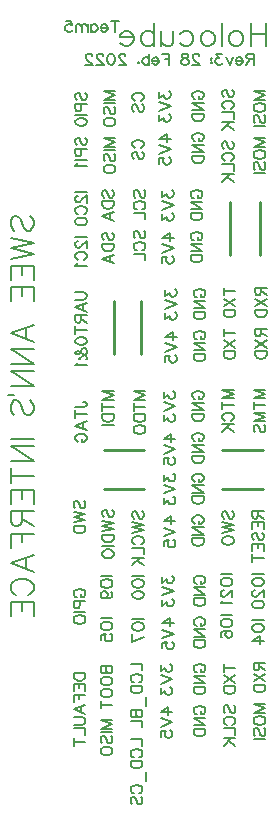
<source format=gbo>
G04 Layer: BottomSilkscreenLayer*
G04 EasyEDA v6.4.32, 2022-03-05 12:23:48*
G04 1b2e3b3a17c3449da9e352887ce741fa,292cea30c40f4109b391fbfe46d023fa,10*
G04 Gerber Generator version 0.2*
G04 Scale: 100 percent, Rotated: No, Reflected: No *
G04 Dimensions in millimeters *
G04 leading zeros omitted , absolute positions ,4 integer and 5 decimal *
%FSLAX45Y45*%
%MOMM*%

%ADD10C,0.2540*%
%ADD59C,0.2032*%

%LPD*%
D59*
X333453Y-1816371D02*
G01*
X315272Y-1798190D01*
X306181Y-1770918D01*
X306181Y-1734553D01*
X315272Y-1707281D01*
X333453Y-1689100D01*
X351637Y-1689100D01*
X369818Y-1698190D01*
X378909Y-1707281D01*
X388000Y-1725462D01*
X406181Y-1780009D01*
X415272Y-1798190D01*
X424362Y-1807281D01*
X442544Y-1816371D01*
X469818Y-1816371D01*
X488000Y-1798190D01*
X497090Y-1770918D01*
X497090Y-1734553D01*
X488000Y-1707281D01*
X469818Y-1689100D01*
X306181Y-1876371D02*
G01*
X497090Y-1921827D01*
X306181Y-1967280D02*
G01*
X497090Y-1921827D01*
X306181Y-1967280D02*
G01*
X497090Y-2012736D01*
X306181Y-2058189D02*
G01*
X497090Y-2012736D01*
X306181Y-2118189D02*
G01*
X497090Y-2118189D01*
X306181Y-2118189D02*
G01*
X306181Y-2236373D01*
X397090Y-2118189D02*
G01*
X397090Y-2190917D01*
X497090Y-2118189D02*
G01*
X497090Y-2236373D01*
X306181Y-2296373D02*
G01*
X497090Y-2296373D01*
X306181Y-2296373D02*
G01*
X306181Y-2414554D01*
X397090Y-2296373D02*
G01*
X397090Y-2369101D01*
X497090Y-2296373D02*
G01*
X497090Y-2414554D01*
X306181Y-2687281D02*
G01*
X497090Y-2614554D01*
X306181Y-2687281D02*
G01*
X497090Y-2760009D01*
X433453Y-2641826D02*
G01*
X433453Y-2732735D01*
X306181Y-2820009D02*
G01*
X497090Y-2820009D01*
X306181Y-2820009D02*
G01*
X497090Y-2947281D01*
X306181Y-2947281D02*
G01*
X497090Y-2947281D01*
X306181Y-3007281D02*
G01*
X497090Y-3007281D01*
X306181Y-3007281D02*
G01*
X497090Y-3134555D01*
X306181Y-3134555D02*
G01*
X497090Y-3134555D01*
X278909Y-3212736D02*
G01*
X333453Y-3212736D01*
X333453Y-3381827D02*
G01*
X315272Y-3363645D01*
X306181Y-3336373D01*
X306181Y-3300008D01*
X315272Y-3272736D01*
X333453Y-3254555D01*
X351637Y-3254555D01*
X369818Y-3263645D01*
X378909Y-3272736D01*
X388000Y-3290917D01*
X406181Y-3345464D01*
X415272Y-3363645D01*
X424362Y-3372736D01*
X442544Y-3381827D01*
X469818Y-3381827D01*
X488000Y-3363645D01*
X497090Y-3336373D01*
X497090Y-3300008D01*
X488000Y-3272736D01*
X469818Y-3254555D01*
X306181Y-3581826D02*
G01*
X497090Y-3581826D01*
X306181Y-3641826D02*
G01*
X497090Y-3641826D01*
X306181Y-3641826D02*
G01*
X497090Y-3769100D01*
X306181Y-3769100D02*
G01*
X497090Y-3769100D01*
X306181Y-3892735D02*
G01*
X497090Y-3892735D01*
X306181Y-3829100D02*
G01*
X306181Y-3956372D01*
X306181Y-4016372D02*
G01*
X497090Y-4016372D01*
X306181Y-4016372D02*
G01*
X306181Y-4134553D01*
X397090Y-4016372D02*
G01*
X397090Y-4089100D01*
X497090Y-4016372D02*
G01*
X497090Y-4134553D01*
X306181Y-4194553D02*
G01*
X497090Y-4194553D01*
X306181Y-4194553D02*
G01*
X306181Y-4276371D01*
X315272Y-4303646D01*
X324363Y-4312737D01*
X342544Y-4321827D01*
X360728Y-4321827D01*
X378909Y-4312737D01*
X388000Y-4303646D01*
X397090Y-4276371D01*
X397090Y-4194553D01*
X397090Y-4258190D02*
G01*
X497090Y-4321827D01*
X306181Y-4381827D02*
G01*
X497090Y-4381827D01*
X306181Y-4381827D02*
G01*
X306181Y-4500008D01*
X397090Y-4381827D02*
G01*
X397090Y-4454555D01*
X306181Y-4632736D02*
G01*
X497090Y-4560008D01*
X306181Y-4632736D02*
G01*
X497090Y-4705464D01*
X433453Y-4587280D02*
G01*
X433453Y-4678189D01*
X351637Y-4901826D02*
G01*
X333453Y-4892735D01*
X315272Y-4874554D01*
X306181Y-4856373D01*
X306181Y-4820008D01*
X315272Y-4801826D01*
X333453Y-4783645D01*
X351637Y-4774554D01*
X378909Y-4765464D01*
X424362Y-4765464D01*
X451637Y-4774554D01*
X469818Y-4783645D01*
X488000Y-4801826D01*
X497090Y-4820008D01*
X497090Y-4856373D01*
X488000Y-4874554D01*
X469818Y-4892735D01*
X451637Y-4901826D01*
X306181Y-4961826D02*
G01*
X497090Y-4961826D01*
X306181Y-4961826D02*
G01*
X306181Y-5080010D01*
X397090Y-4961826D02*
G01*
X397090Y-5034554D01*
X497090Y-4961826D02*
G01*
X497090Y-5080010D01*
X2463800Y-61721D02*
G01*
X2463800Y-255523D01*
X2334513Y-61721D02*
G01*
X2334513Y-255523D01*
X2463800Y-153923D02*
G01*
X2334513Y-153923D01*
X2227325Y-126237D02*
G01*
X2245868Y-135636D01*
X2264409Y-153923D01*
X2273554Y-181610D01*
X2273554Y-200152D01*
X2264409Y-227837D01*
X2245868Y-246379D01*
X2227325Y-255523D01*
X2199640Y-255523D01*
X2181097Y-246379D01*
X2162809Y-227837D01*
X2153411Y-200152D01*
X2153411Y-181610D01*
X2162809Y-153923D01*
X2181097Y-135636D01*
X2199640Y-126237D01*
X2227325Y-126237D01*
X2092452Y-61721D02*
G01*
X2092452Y-255523D01*
X1985263Y-126237D02*
G01*
X2003806Y-135636D01*
X2022347Y-153923D01*
X2031491Y-181610D01*
X2031491Y-200152D01*
X2022347Y-227837D01*
X2003806Y-246379D01*
X1985263Y-255523D01*
X1957577Y-255523D01*
X1939290Y-246379D01*
X1920747Y-227837D01*
X1911350Y-200152D01*
X1911350Y-181610D01*
X1920747Y-153923D01*
X1939290Y-135636D01*
X1957577Y-126237D01*
X1985263Y-126237D01*
X1739645Y-153923D02*
G01*
X1758187Y-135636D01*
X1776729Y-126237D01*
X1804415Y-126237D01*
X1822704Y-135636D01*
X1841245Y-153923D01*
X1850389Y-181610D01*
X1850389Y-200152D01*
X1841245Y-227837D01*
X1822704Y-246379D01*
X1804415Y-255523D01*
X1776729Y-255523D01*
X1758187Y-246379D01*
X1739645Y-227837D01*
X1678686Y-126237D02*
G01*
X1678686Y-218694D01*
X1669542Y-246379D01*
X1651000Y-255523D01*
X1623313Y-255523D01*
X1604771Y-246379D01*
X1577086Y-218694D01*
X1577086Y-126237D02*
G01*
X1577086Y-255523D01*
X1516126Y-61721D02*
G01*
X1516126Y-255523D01*
X1516126Y-153923D02*
G01*
X1497584Y-135636D01*
X1479295Y-126237D01*
X1451610Y-126237D01*
X1433068Y-135636D01*
X1414526Y-153923D01*
X1405381Y-181610D01*
X1405381Y-200152D01*
X1414526Y-227837D01*
X1433068Y-246379D01*
X1451610Y-255523D01*
X1479295Y-255523D01*
X1497584Y-246379D01*
X1516126Y-227837D01*
X1344421Y-181610D02*
G01*
X1233423Y-181610D01*
X1233423Y-163321D01*
X1242821Y-144779D01*
X1251965Y-135636D01*
X1270507Y-126237D01*
X1298194Y-126237D01*
X1316736Y-135636D01*
X1335023Y-153923D01*
X1344421Y-181610D01*
X1344421Y-200152D01*
X1335023Y-227837D01*
X1316736Y-246379D01*
X1298194Y-255523D01*
X1270507Y-255523D01*
X1251965Y-246379D01*
X1233423Y-227837D01*
X1900428Y-340868D02*
G01*
X1900428Y-336295D01*
X1895855Y-327405D01*
X1891284Y-322834D01*
X1882394Y-318262D01*
X1864105Y-318262D01*
X1854962Y-322834D01*
X1850389Y-327405D01*
X1845818Y-336295D01*
X1845818Y-345439D01*
X1850389Y-354584D01*
X1859534Y-368300D01*
X1905000Y-413765D01*
X1841245Y-413765D01*
X1788668Y-318262D02*
G01*
X1802384Y-322834D01*
X1806702Y-331723D01*
X1806702Y-340868D01*
X1802384Y-350012D01*
X1793239Y-354584D01*
X1774952Y-359155D01*
X1761489Y-363728D01*
X1752345Y-372618D01*
X1747773Y-381762D01*
X1747773Y-395478D01*
X1752345Y-404621D01*
X1756918Y-409194D01*
X1770379Y-413765D01*
X1788668Y-413765D01*
X1802384Y-409194D01*
X1806702Y-404621D01*
X1811273Y-395478D01*
X1811273Y-381762D01*
X1806702Y-372618D01*
X1797812Y-363728D01*
X1784095Y-359155D01*
X1765807Y-354584D01*
X1756918Y-350012D01*
X1752345Y-340868D01*
X1752345Y-331723D01*
X1756918Y-322834D01*
X1770379Y-318262D01*
X1788668Y-318262D01*
X1647697Y-318262D02*
G01*
X1647697Y-413765D01*
X1647697Y-318262D02*
G01*
X1588515Y-318262D01*
X1647697Y-363728D02*
G01*
X1611376Y-363728D01*
X1558544Y-377189D02*
G01*
X1504187Y-377189D01*
X1504187Y-368300D01*
X1508760Y-359155D01*
X1513078Y-354584D01*
X1522221Y-350012D01*
X1535937Y-350012D01*
X1545081Y-354584D01*
X1553971Y-363728D01*
X1558544Y-377189D01*
X1558544Y-386334D01*
X1553971Y-400050D01*
X1545081Y-409194D01*
X1535937Y-413765D01*
X1522221Y-413765D01*
X1513078Y-409194D01*
X1504187Y-400050D01*
X1474215Y-318262D02*
G01*
X1474215Y-413765D01*
X1474215Y-363728D02*
G01*
X1465071Y-354584D01*
X1455928Y-350012D01*
X1442212Y-350012D01*
X1433068Y-354584D01*
X1424178Y-363728D01*
X1419605Y-377189D01*
X1419605Y-386334D01*
X1424178Y-400050D01*
X1433068Y-409194D01*
X1442212Y-413765D01*
X1455928Y-413765D01*
X1465071Y-409194D01*
X1474215Y-400050D01*
X1385062Y-390905D02*
G01*
X1389634Y-395478D01*
X1385062Y-400050D01*
X1380489Y-395478D01*
X1385062Y-390905D01*
X1275842Y-340868D02*
G01*
X1275842Y-336295D01*
X1271270Y-327405D01*
X1266697Y-322834D01*
X1257807Y-318262D01*
X1239520Y-318262D01*
X1230376Y-322834D01*
X1225804Y-327405D01*
X1221486Y-336295D01*
X1221486Y-345439D01*
X1225804Y-354584D01*
X1234947Y-368300D01*
X1280413Y-413765D01*
X1216913Y-413765D01*
X1159510Y-318262D02*
G01*
X1173226Y-322834D01*
X1182370Y-336295D01*
X1186942Y-359155D01*
X1186942Y-372618D01*
X1182370Y-395478D01*
X1173226Y-409194D01*
X1159510Y-413765D01*
X1150365Y-413765D01*
X1136904Y-409194D01*
X1127760Y-395478D01*
X1123187Y-372618D01*
X1123187Y-359155D01*
X1127760Y-336295D01*
X1136904Y-322834D01*
X1150365Y-318262D01*
X1159510Y-318262D01*
X1088644Y-340868D02*
G01*
X1088644Y-336295D01*
X1084071Y-327405D01*
X1079500Y-322834D01*
X1070355Y-318262D01*
X1052321Y-318262D01*
X1043178Y-322834D01*
X1038605Y-327405D01*
X1034034Y-336295D01*
X1034034Y-345439D01*
X1038605Y-354584D01*
X1047750Y-368300D01*
X1093215Y-413765D01*
X1029462Y-413765D01*
X994918Y-340868D02*
G01*
X994918Y-336295D01*
X990345Y-327405D01*
X986028Y-322834D01*
X976884Y-318262D01*
X958595Y-318262D01*
X949452Y-322834D01*
X944879Y-327405D01*
X940562Y-336295D01*
X940562Y-345439D01*
X944879Y-354584D01*
X954023Y-368300D01*
X999489Y-413765D01*
X935989Y-413765D01*
X2362200Y-318262D02*
G01*
X2362200Y-413765D01*
X2362200Y-318262D02*
G01*
X2321306Y-318262D01*
X2307590Y-322834D01*
X2303018Y-327405D01*
X2298445Y-336295D01*
X2298445Y-345439D01*
X2303018Y-354584D01*
X2307590Y-359155D01*
X2321306Y-363728D01*
X2362200Y-363728D01*
X2330450Y-363728D02*
G01*
X2298445Y-413765D01*
X2268474Y-377189D02*
G01*
X2214118Y-377189D01*
X2214118Y-368300D01*
X2218690Y-359155D01*
X2223008Y-354584D01*
X2232152Y-350012D01*
X2245868Y-350012D01*
X2255011Y-354584D01*
X2263902Y-363728D01*
X2268474Y-377189D01*
X2268474Y-386334D01*
X2263902Y-400050D01*
X2255011Y-409194D01*
X2245868Y-413765D01*
X2232152Y-413765D01*
X2223008Y-409194D01*
X2214118Y-400050D01*
X2183891Y-350012D02*
G01*
X2156713Y-413765D01*
X2129536Y-350012D02*
G01*
X2156713Y-413765D01*
X2090420Y-318262D02*
G01*
X2040381Y-318262D01*
X2067559Y-354584D01*
X2054097Y-354584D01*
X2044954Y-359155D01*
X2040381Y-363728D01*
X2035809Y-377189D01*
X2035809Y-386334D01*
X2040381Y-400050D01*
X2049525Y-409194D01*
X2062988Y-413765D01*
X2076704Y-413765D01*
X2090420Y-409194D01*
X2094991Y-404621D01*
X2099563Y-395478D01*
X2001265Y-359155D02*
G01*
X2005838Y-363728D01*
X2001265Y-368300D01*
X1996693Y-363728D01*
X2001265Y-359155D01*
X2001265Y-390905D02*
G01*
X2005838Y-395478D01*
X2001265Y-400050D01*
X1996693Y-395478D01*
X2001265Y-390905D01*
X1187450Y-38862D02*
G01*
X1187450Y-134365D01*
X1219200Y-38862D02*
G01*
X1155445Y-38862D01*
X1125473Y-97789D02*
G01*
X1071118Y-97789D01*
X1071118Y-88900D01*
X1075689Y-79755D01*
X1080007Y-75184D01*
X1089152Y-70612D01*
X1102868Y-70612D01*
X1112012Y-75184D01*
X1120902Y-84328D01*
X1125473Y-97789D01*
X1125473Y-106934D01*
X1120902Y-120650D01*
X1112012Y-129794D01*
X1102868Y-134365D01*
X1089152Y-134365D01*
X1080007Y-129794D01*
X1071118Y-120650D01*
X986536Y-70612D02*
G01*
X986536Y-134365D01*
X986536Y-84328D02*
G01*
X995679Y-75184D01*
X1004570Y-70612D01*
X1018286Y-70612D01*
X1027429Y-75184D01*
X1036573Y-84328D01*
X1040892Y-97789D01*
X1040892Y-106934D01*
X1036573Y-120650D01*
X1027429Y-129794D01*
X1018286Y-134365D01*
X1004570Y-134365D01*
X995679Y-129794D01*
X986536Y-120650D01*
X956563Y-70612D02*
G01*
X956563Y-134365D01*
X956563Y-88900D02*
G01*
X942847Y-75184D01*
X933704Y-70612D01*
X919987Y-70612D01*
X911097Y-75184D01*
X906526Y-88900D01*
X906526Y-134365D01*
X906526Y-88900D02*
G01*
X892810Y-75184D01*
X883665Y-70612D01*
X870204Y-70612D01*
X861060Y-75184D01*
X856487Y-88900D01*
X856487Y-134365D01*
X771905Y-38862D02*
G01*
X817371Y-38862D01*
X821944Y-79755D01*
X817371Y-75184D01*
X803655Y-70612D01*
X790194Y-70612D01*
X776478Y-75184D01*
X767334Y-84328D01*
X762762Y-97789D01*
X762762Y-106934D01*
X767334Y-120650D01*
X776478Y-129794D01*
X790194Y-134365D01*
X803655Y-134365D01*
X817371Y-129794D01*
X821944Y-125221D01*
X826515Y-116078D01*
X1093723Y-1536954D02*
G01*
X1084834Y-1527810D01*
X1080262Y-1514094D01*
X1080262Y-1495805D01*
X1084834Y-1482344D01*
X1093723Y-1473200D01*
X1102868Y-1473200D01*
X1112012Y-1477771D01*
X1116584Y-1482344D01*
X1121155Y-1491487D01*
X1130300Y-1518665D01*
X1134618Y-1527810D01*
X1139189Y-1532381D01*
X1148334Y-1536954D01*
X1162050Y-1536954D01*
X1171194Y-1527810D01*
X1175765Y-1514094D01*
X1175765Y-1495805D01*
X1171194Y-1482344D01*
X1162050Y-1473200D01*
X1080262Y-1566926D02*
G01*
X1175765Y-1566926D01*
X1080262Y-1566926D02*
G01*
X1080262Y-1598676D01*
X1084834Y-1612392D01*
X1093723Y-1621281D01*
X1102868Y-1625854D01*
X1116584Y-1630426D01*
X1139189Y-1630426D01*
X1152905Y-1625854D01*
X1162050Y-1621281D01*
X1171194Y-1612392D01*
X1175765Y-1598676D01*
X1175765Y-1566926D01*
X1080262Y-1696720D02*
G01*
X1175765Y-1660397D01*
X1080262Y-1696720D02*
G01*
X1175765Y-1733295D01*
X1143762Y-1674113D02*
G01*
X1143762Y-1719579D01*
X1093723Y-1896871D02*
G01*
X1084834Y-1887728D01*
X1080262Y-1874012D01*
X1080262Y-1855978D01*
X1084834Y-1842262D01*
X1093723Y-1833118D01*
X1102868Y-1833118D01*
X1112012Y-1837689D01*
X1116584Y-1842262D01*
X1121155Y-1851405D01*
X1130300Y-1878584D01*
X1134618Y-1887728D01*
X1139189Y-1892300D01*
X1148334Y-1896871D01*
X1162050Y-1896871D01*
X1171194Y-1887728D01*
X1175765Y-1874012D01*
X1175765Y-1855978D01*
X1171194Y-1842262D01*
X1162050Y-1833118D01*
X1080262Y-1926844D02*
G01*
X1175765Y-1926844D01*
X1080262Y-1926844D02*
G01*
X1080262Y-1958594D01*
X1084834Y-1972310D01*
X1093723Y-1981454D01*
X1102868Y-1986026D01*
X1116584Y-1990597D01*
X1139189Y-1990597D01*
X1152905Y-1986026D01*
X1162050Y-1981454D01*
X1171194Y-1972310D01*
X1175765Y-1958594D01*
X1175765Y-1926844D01*
X1080262Y-2056892D02*
G01*
X1175765Y-2020570D01*
X1080262Y-2056892D02*
G01*
X1175765Y-2093213D01*
X1143762Y-2034031D02*
G01*
X1143762Y-2079497D01*
X1360423Y-1536954D02*
G01*
X1351534Y-1527810D01*
X1346962Y-1514094D01*
X1346962Y-1495805D01*
X1351534Y-1482344D01*
X1360423Y-1473200D01*
X1369568Y-1473200D01*
X1378712Y-1477771D01*
X1383284Y-1482344D01*
X1387855Y-1491487D01*
X1397000Y-1518665D01*
X1401318Y-1527810D01*
X1405889Y-1532381D01*
X1415034Y-1536954D01*
X1428750Y-1536954D01*
X1437894Y-1527810D01*
X1442465Y-1514094D01*
X1442465Y-1495805D01*
X1437894Y-1482344D01*
X1428750Y-1473200D01*
X1369568Y-1634997D02*
G01*
X1360423Y-1630426D01*
X1351534Y-1621281D01*
X1346962Y-1612392D01*
X1346962Y-1594104D01*
X1351534Y-1584960D01*
X1360423Y-1575815D01*
X1369568Y-1571497D01*
X1383284Y-1566926D01*
X1405889Y-1566926D01*
X1419605Y-1571497D01*
X1428750Y-1575815D01*
X1437894Y-1584960D01*
X1442465Y-1594104D01*
X1442465Y-1612392D01*
X1437894Y-1621281D01*
X1428750Y-1630426D01*
X1419605Y-1634997D01*
X1346962Y-1664970D02*
G01*
X1442465Y-1664970D01*
X1442465Y-1664970D02*
G01*
X1442465Y-1719579D01*
X1360423Y-1883155D02*
G01*
X1351534Y-1874012D01*
X1346962Y-1860550D01*
X1346962Y-1842262D01*
X1351534Y-1828545D01*
X1360423Y-1819655D01*
X1369568Y-1819655D01*
X1378712Y-1824228D01*
X1383284Y-1828545D01*
X1387855Y-1837689D01*
X1397000Y-1865121D01*
X1401318Y-1874012D01*
X1405889Y-1878584D01*
X1415034Y-1883155D01*
X1428750Y-1883155D01*
X1437894Y-1874012D01*
X1442465Y-1860550D01*
X1442465Y-1842262D01*
X1437894Y-1828545D01*
X1428750Y-1819655D01*
X1369568Y-1981454D02*
G01*
X1360423Y-1976881D01*
X1351534Y-1967737D01*
X1346962Y-1958594D01*
X1346962Y-1940560D01*
X1351534Y-1931415D01*
X1360423Y-1922271D01*
X1369568Y-1917700D01*
X1383284Y-1913128D01*
X1405889Y-1913128D01*
X1419605Y-1917700D01*
X1428750Y-1922271D01*
X1437894Y-1931415D01*
X1442465Y-1940560D01*
X1442465Y-1958594D01*
X1437894Y-1967737D01*
X1428750Y-1976881D01*
X1419605Y-1981454D01*
X1346962Y-2011426D02*
G01*
X1442465Y-2011426D01*
X1442465Y-2011426D02*
G01*
X1442465Y-2066036D01*
X1588262Y-1482344D02*
G01*
X1588262Y-1532381D01*
X1624584Y-1504950D01*
X1624584Y-1518665D01*
X1629155Y-1527810D01*
X1633728Y-1532381D01*
X1647189Y-1536954D01*
X1656334Y-1536954D01*
X1670050Y-1532381D01*
X1679194Y-1523237D01*
X1683765Y-1509521D01*
X1683765Y-1495805D01*
X1679194Y-1482344D01*
X1674621Y-1477771D01*
X1665478Y-1473200D01*
X1588262Y-1566926D02*
G01*
X1683765Y-1603247D01*
X1588262Y-1639570D02*
G01*
X1683765Y-1603247D01*
X1588262Y-1678686D02*
G01*
X1588262Y-1728723D01*
X1624584Y-1701292D01*
X1624584Y-1715007D01*
X1629155Y-1724152D01*
X1633728Y-1728723D01*
X1647189Y-1733295D01*
X1656334Y-1733295D01*
X1670050Y-1728723D01*
X1679194Y-1719579D01*
X1683765Y-1705863D01*
X1683765Y-1692402D01*
X1679194Y-1678686D01*
X1674621Y-1674113D01*
X1665478Y-1669542D01*
X1588262Y-1878584D02*
G01*
X1651762Y-1833118D01*
X1651762Y-1901444D01*
X1588262Y-1878584D02*
G01*
X1683765Y-1878584D01*
X1588262Y-1931415D02*
G01*
X1683765Y-1967737D01*
X1588262Y-2004060D02*
G01*
X1683765Y-1967737D01*
X1588262Y-2088642D02*
G01*
X1588262Y-2043176D01*
X1629155Y-2038604D01*
X1624584Y-2043176D01*
X1620012Y-2056892D01*
X1620012Y-2070354D01*
X1624584Y-2084070D01*
X1633728Y-2093213D01*
X1647189Y-2097786D01*
X1656334Y-2097786D01*
X1670050Y-2093213D01*
X1679194Y-2084070D01*
X1683765Y-2070354D01*
X1683765Y-2056892D01*
X1679194Y-2043176D01*
X1674621Y-2038604D01*
X1665478Y-2034031D01*
X1852168Y-1541271D02*
G01*
X1843023Y-1536954D01*
X1834134Y-1527810D01*
X1829562Y-1518665D01*
X1829562Y-1500378D01*
X1834134Y-1491487D01*
X1843023Y-1482344D01*
X1852168Y-1477771D01*
X1865884Y-1473200D01*
X1888489Y-1473200D01*
X1902205Y-1477771D01*
X1911350Y-1482344D01*
X1920494Y-1491487D01*
X1925065Y-1500378D01*
X1925065Y-1518665D01*
X1920494Y-1527810D01*
X1911350Y-1536954D01*
X1902205Y-1541271D01*
X1888489Y-1541271D01*
X1888489Y-1518665D02*
G01*
X1888489Y-1541271D01*
X1829562Y-1571497D02*
G01*
X1925065Y-1571497D01*
X1829562Y-1571497D02*
G01*
X1925065Y-1634997D01*
X1829562Y-1634997D02*
G01*
X1925065Y-1634997D01*
X1829562Y-1664970D02*
G01*
X1925065Y-1664970D01*
X1829562Y-1664970D02*
G01*
X1829562Y-1696720D01*
X1834134Y-1710436D01*
X1843023Y-1719579D01*
X1852168Y-1724152D01*
X1865884Y-1728723D01*
X1888489Y-1728723D01*
X1902205Y-1724152D01*
X1911350Y-1719579D01*
X1920494Y-1710436D01*
X1925065Y-1696720D01*
X1925065Y-1664970D01*
X1852168Y-1896871D02*
G01*
X1843023Y-1892300D01*
X1834134Y-1883155D01*
X1829562Y-1874012D01*
X1829562Y-1855978D01*
X1834134Y-1846834D01*
X1843023Y-1837689D01*
X1852168Y-1833118D01*
X1865884Y-1828545D01*
X1888489Y-1828545D01*
X1902205Y-1833118D01*
X1911350Y-1837689D01*
X1920494Y-1846834D01*
X1925065Y-1855978D01*
X1925065Y-1874012D01*
X1920494Y-1883155D01*
X1911350Y-1892300D01*
X1902205Y-1896871D01*
X1888489Y-1896871D01*
X1888489Y-1874012D02*
G01*
X1888489Y-1896871D01*
X1829562Y-1926844D02*
G01*
X1925065Y-1926844D01*
X1829562Y-1926844D02*
G01*
X1925065Y-1990597D01*
X1829562Y-1990597D02*
G01*
X1925065Y-1990597D01*
X1829562Y-2020570D02*
G01*
X1925065Y-2020570D01*
X1829562Y-2020570D02*
G01*
X1829562Y-2052320D01*
X1834134Y-2066036D01*
X1843023Y-2074926D01*
X1852168Y-2079497D01*
X1865884Y-2084070D01*
X1888489Y-2084070D01*
X1902205Y-2079497D01*
X1911350Y-2074926D01*
X1920494Y-2066036D01*
X1925065Y-2052320D01*
X1925065Y-2020570D01*
X1092962Y-635000D02*
G01*
X1188465Y-635000D01*
X1092962Y-635000D02*
G01*
X1188465Y-671321D01*
X1092962Y-707644D02*
G01*
X1188465Y-671321D01*
X1092962Y-707644D02*
G01*
X1188465Y-707644D01*
X1092962Y-737615D02*
G01*
X1188465Y-737615D01*
X1106423Y-831342D02*
G01*
X1097534Y-822197D01*
X1092962Y-808736D01*
X1092962Y-790447D01*
X1097534Y-776731D01*
X1106423Y-767842D01*
X1115568Y-767842D01*
X1124712Y-772160D01*
X1129284Y-776731D01*
X1133855Y-785876D01*
X1143000Y-813307D01*
X1147318Y-822197D01*
X1151889Y-826770D01*
X1161034Y-831342D01*
X1174750Y-831342D01*
X1183894Y-822197D01*
X1188465Y-808736D01*
X1188465Y-790447D01*
X1183894Y-776731D01*
X1174750Y-767842D01*
X1092962Y-888745D02*
G01*
X1097534Y-879602D01*
X1106423Y-870457D01*
X1115568Y-865886D01*
X1129284Y-861313D01*
X1151889Y-861313D01*
X1165605Y-865886D01*
X1174750Y-870457D01*
X1183894Y-879602D01*
X1188465Y-888745D01*
X1188465Y-906779D01*
X1183894Y-915923D01*
X1174750Y-925068D01*
X1165605Y-929639D01*
X1151889Y-934212D01*
X1129284Y-934212D01*
X1115568Y-929639D01*
X1106423Y-925068D01*
X1097534Y-915923D01*
X1092962Y-906779D01*
X1092962Y-888745D01*
X1092962Y-1034034D02*
G01*
X1188465Y-1034034D01*
X1092962Y-1034034D02*
G01*
X1188465Y-1070355D01*
X1092962Y-1106931D02*
G01*
X1188465Y-1070355D01*
X1092962Y-1106931D02*
G01*
X1188465Y-1106931D01*
X1092962Y-1136904D02*
G01*
X1188465Y-1136904D01*
X1106423Y-1230376D02*
G01*
X1097534Y-1221486D01*
X1092962Y-1207770D01*
X1092962Y-1189481D01*
X1097534Y-1176020D01*
X1106423Y-1166876D01*
X1115568Y-1166876D01*
X1124712Y-1171447D01*
X1129284Y-1176020D01*
X1133855Y-1184910D01*
X1143000Y-1212342D01*
X1147318Y-1221486D01*
X1151889Y-1225804D01*
X1161034Y-1230376D01*
X1174750Y-1230376D01*
X1183894Y-1221486D01*
X1188465Y-1207770D01*
X1188465Y-1189481D01*
X1183894Y-1176020D01*
X1174750Y-1166876D01*
X1092962Y-1287779D02*
G01*
X1097534Y-1278636D01*
X1106423Y-1269492D01*
X1115568Y-1264920D01*
X1129284Y-1260347D01*
X1151889Y-1260347D01*
X1165605Y-1264920D01*
X1174750Y-1269492D01*
X1183894Y-1278636D01*
X1188465Y-1287779D01*
X1188465Y-1305813D01*
X1183894Y-1314957D01*
X1174750Y-1324102D01*
X1165605Y-1328673D01*
X1151889Y-1333245D01*
X1129284Y-1333245D01*
X1115568Y-1328673D01*
X1106423Y-1324102D01*
X1097534Y-1314957D01*
X1092962Y-1305813D01*
X1092962Y-1287779D01*
X1356868Y-715771D02*
G01*
X1347723Y-711454D01*
X1338834Y-702310D01*
X1334262Y-693165D01*
X1334262Y-674878D01*
X1338834Y-665987D01*
X1347723Y-656844D01*
X1356868Y-652271D01*
X1370584Y-647700D01*
X1393189Y-647700D01*
X1406905Y-652271D01*
X1416050Y-656844D01*
X1425194Y-665987D01*
X1429765Y-674878D01*
X1429765Y-693165D01*
X1425194Y-702310D01*
X1416050Y-711454D01*
X1406905Y-715771D01*
X1347723Y-809497D02*
G01*
X1338834Y-800354D01*
X1334262Y-786892D01*
X1334262Y-768604D01*
X1338834Y-754887D01*
X1347723Y-745997D01*
X1356868Y-745997D01*
X1366012Y-750315D01*
X1370584Y-754887D01*
X1375155Y-764031D01*
X1384300Y-791210D01*
X1388618Y-800354D01*
X1393189Y-804926D01*
X1402334Y-809497D01*
X1416050Y-809497D01*
X1425194Y-800354D01*
X1429765Y-786892D01*
X1429765Y-768604D01*
X1425194Y-754887D01*
X1416050Y-745997D01*
X1356868Y-1117600D02*
G01*
X1347723Y-1113028D01*
X1338834Y-1104137D01*
X1334262Y-1094994D01*
X1334262Y-1076705D01*
X1338834Y-1067815D01*
X1347723Y-1058671D01*
X1356868Y-1054100D01*
X1370584Y-1049528D01*
X1393189Y-1049528D01*
X1406905Y-1054100D01*
X1416050Y-1058671D01*
X1425194Y-1067815D01*
X1429765Y-1076705D01*
X1429765Y-1094994D01*
X1425194Y-1104137D01*
X1416050Y-1113028D01*
X1406905Y-1117600D01*
X1347723Y-1211326D02*
G01*
X1338834Y-1202181D01*
X1334262Y-1188720D01*
X1334262Y-1170431D01*
X1338834Y-1156715D01*
X1347723Y-1147826D01*
X1356868Y-1147826D01*
X1366012Y-1152144D01*
X1370584Y-1156715D01*
X1375155Y-1165860D01*
X1384300Y-1193037D01*
X1388618Y-1202181D01*
X1393189Y-1206754D01*
X1402334Y-1211326D01*
X1416050Y-1211326D01*
X1425194Y-1202181D01*
X1429765Y-1188720D01*
X1429765Y-1170431D01*
X1425194Y-1156715D01*
X1416050Y-1147826D01*
X1562862Y-644144D02*
G01*
X1562862Y-694181D01*
X1599184Y-666750D01*
X1599184Y-680465D01*
X1603755Y-689610D01*
X1608328Y-694181D01*
X1621789Y-698754D01*
X1630934Y-698754D01*
X1644650Y-694181D01*
X1653794Y-685037D01*
X1658365Y-671321D01*
X1658365Y-657605D01*
X1653794Y-644144D01*
X1649221Y-639571D01*
X1640078Y-635000D01*
X1562862Y-728726D02*
G01*
X1658365Y-765047D01*
X1562862Y-801370D02*
G01*
X1658365Y-765047D01*
X1562862Y-840486D02*
G01*
X1562862Y-890523D01*
X1599184Y-863092D01*
X1599184Y-876807D01*
X1603755Y-885952D01*
X1608328Y-890523D01*
X1621789Y-895095D01*
X1630934Y-895095D01*
X1644650Y-890523D01*
X1653794Y-881379D01*
X1658365Y-867663D01*
X1658365Y-854202D01*
X1653794Y-840486D01*
X1649221Y-835913D01*
X1640078Y-831342D01*
X1562862Y-1040384D02*
G01*
X1626362Y-994918D01*
X1626362Y-1063244D01*
X1562862Y-1040384D02*
G01*
X1658365Y-1040384D01*
X1562862Y-1093215D02*
G01*
X1658365Y-1129537D01*
X1562862Y-1165860D02*
G01*
X1658365Y-1129537D01*
X1562862Y-1250442D02*
G01*
X1562862Y-1204976D01*
X1603755Y-1200404D01*
X1599184Y-1204976D01*
X1594612Y-1218692D01*
X1594612Y-1232154D01*
X1599184Y-1245870D01*
X1608328Y-1255013D01*
X1621789Y-1259586D01*
X1630934Y-1259586D01*
X1644650Y-1255013D01*
X1653794Y-1245870D01*
X1658365Y-1232154D01*
X1658365Y-1218692D01*
X1653794Y-1204976D01*
X1649221Y-1200404D01*
X1640078Y-1195831D01*
X1864868Y-703071D02*
G01*
X1855723Y-698754D01*
X1846834Y-689610D01*
X1842262Y-680465D01*
X1842262Y-662178D01*
X1846834Y-653287D01*
X1855723Y-644144D01*
X1864868Y-639571D01*
X1878584Y-635000D01*
X1901189Y-635000D01*
X1914905Y-639571D01*
X1924050Y-644144D01*
X1933193Y-653287D01*
X1937765Y-662178D01*
X1937765Y-680465D01*
X1933193Y-689610D01*
X1924050Y-698754D01*
X1914905Y-703071D01*
X1901189Y-703071D01*
X1901189Y-680465D02*
G01*
X1901189Y-703071D01*
X1842262Y-733297D02*
G01*
X1937765Y-733297D01*
X1842262Y-733297D02*
G01*
X1937765Y-796797D01*
X1842262Y-796797D02*
G01*
X1937765Y-796797D01*
X1842262Y-826770D02*
G01*
X1937765Y-826770D01*
X1842262Y-826770D02*
G01*
X1842262Y-858520D01*
X1846834Y-872236D01*
X1855723Y-881379D01*
X1864868Y-885952D01*
X1878584Y-890523D01*
X1901189Y-890523D01*
X1914905Y-885952D01*
X1924050Y-881379D01*
X1933193Y-872236D01*
X1937765Y-858520D01*
X1937765Y-826770D01*
X1864868Y-1058671D02*
G01*
X1855723Y-1054100D01*
X1846834Y-1044955D01*
X1842262Y-1035812D01*
X1842262Y-1017778D01*
X1846834Y-1008634D01*
X1855723Y-999489D01*
X1864868Y-994918D01*
X1878584Y-990345D01*
X1901189Y-990345D01*
X1914905Y-994918D01*
X1924050Y-999489D01*
X1933193Y-1008634D01*
X1937765Y-1017778D01*
X1937765Y-1035812D01*
X1933193Y-1044955D01*
X1924050Y-1054100D01*
X1914905Y-1058671D01*
X1901189Y-1058671D01*
X1901189Y-1035812D02*
G01*
X1901189Y-1058671D01*
X1842262Y-1088644D02*
G01*
X1937765Y-1088644D01*
X1842262Y-1088644D02*
G01*
X1937765Y-1152397D01*
X1842262Y-1152397D02*
G01*
X1937765Y-1152397D01*
X1842262Y-1182370D02*
G01*
X1937765Y-1182370D01*
X1842262Y-1182370D02*
G01*
X1842262Y-1214120D01*
X1846834Y-1227836D01*
X1855723Y-1236726D01*
X1864868Y-1241297D01*
X1878584Y-1245870D01*
X1901189Y-1245870D01*
X1914905Y-1241297D01*
X1924050Y-1236726D01*
X1933193Y-1227836D01*
X1937765Y-1214120D01*
X1937765Y-1182370D01*
X2109724Y-686054D02*
G01*
X2100834Y-676910D01*
X2096261Y-663194D01*
X2096261Y-644905D01*
X2100834Y-631444D01*
X2109724Y-622300D01*
X2118868Y-622300D01*
X2128011Y-626871D01*
X2132584Y-631444D01*
X2137156Y-640587D01*
X2146300Y-667765D01*
X2150618Y-676910D01*
X2155190Y-681481D01*
X2164334Y-686054D01*
X2178050Y-686054D01*
X2187193Y-676910D01*
X2191765Y-663194D01*
X2191765Y-644905D01*
X2187193Y-631444D01*
X2178050Y-622300D01*
X2118868Y-784097D02*
G01*
X2109724Y-779526D01*
X2100834Y-770381D01*
X2096261Y-761492D01*
X2096261Y-743204D01*
X2100834Y-734060D01*
X2109724Y-724915D01*
X2118868Y-720597D01*
X2132584Y-716026D01*
X2155190Y-716026D01*
X2168906Y-720597D01*
X2178050Y-724915D01*
X2187193Y-734060D01*
X2191765Y-743204D01*
X2191765Y-761492D01*
X2187193Y-770381D01*
X2178050Y-779526D01*
X2168906Y-784097D01*
X2096261Y-814070D02*
G01*
X2191765Y-814070D01*
X2191765Y-814070D02*
G01*
X2191765Y-868679D01*
X2096261Y-898652D02*
G01*
X2191765Y-898652D01*
X2096261Y-962405D02*
G01*
X2159761Y-898652D01*
X2137156Y-921512D02*
G01*
X2191765Y-962405D01*
X2109724Y-1125981D02*
G01*
X2100834Y-1116837D01*
X2096261Y-1103121D01*
X2096261Y-1085087D01*
X2100834Y-1071371D01*
X2109724Y-1062228D01*
X2118868Y-1062228D01*
X2128011Y-1066800D01*
X2132584Y-1071371D01*
X2137156Y-1080515D01*
X2146300Y-1107694D01*
X2150618Y-1116837D01*
X2155190Y-1121410D01*
X2164334Y-1125981D01*
X2178050Y-1125981D01*
X2187193Y-1116837D01*
X2191765Y-1103121D01*
X2191765Y-1085087D01*
X2187193Y-1071371D01*
X2178050Y-1062228D01*
X2118868Y-1224026D02*
G01*
X2109724Y-1219454D01*
X2100834Y-1210563D01*
X2096261Y-1201420D01*
X2096261Y-1183131D01*
X2100834Y-1174242D01*
X2109724Y-1165097D01*
X2118868Y-1160526D01*
X2132584Y-1155954D01*
X2155190Y-1155954D01*
X2168906Y-1160526D01*
X2178050Y-1165097D01*
X2187193Y-1174242D01*
X2191765Y-1183131D01*
X2191765Y-1201420D01*
X2187193Y-1210563D01*
X2178050Y-1219454D01*
X2168906Y-1224026D01*
X2096261Y-1253997D02*
G01*
X2191765Y-1253997D01*
X2191765Y-1253997D02*
G01*
X2191765Y-1308607D01*
X2096261Y-1338579D02*
G01*
X2191765Y-1338579D01*
X2096261Y-1402334D02*
G01*
X2159761Y-1338579D01*
X2137156Y-1361439D02*
G01*
X2191765Y-1402334D01*
X2362961Y-635000D02*
G01*
X2458465Y-635000D01*
X2362961Y-635000D02*
G01*
X2458465Y-671321D01*
X2362961Y-707644D02*
G01*
X2458465Y-671321D01*
X2362961Y-707644D02*
G01*
X2458465Y-707644D01*
X2362961Y-765047D02*
G01*
X2367534Y-755904D01*
X2376424Y-746760D01*
X2385568Y-742187D01*
X2399284Y-737615D01*
X2421890Y-737615D01*
X2435606Y-742187D01*
X2444750Y-746760D01*
X2453893Y-755904D01*
X2458465Y-765047D01*
X2458465Y-783081D01*
X2453893Y-792226D01*
X2444750Y-801370D01*
X2435606Y-805942D01*
X2421890Y-810513D01*
X2399284Y-810513D01*
X2385568Y-805942D01*
X2376424Y-801370D01*
X2367534Y-792226D01*
X2362961Y-783081D01*
X2362961Y-765047D01*
X2376424Y-903986D02*
G01*
X2367534Y-895095D01*
X2362961Y-881379D01*
X2362961Y-863092D01*
X2367534Y-849629D01*
X2376424Y-840486D01*
X2385568Y-840486D01*
X2394711Y-845057D01*
X2399284Y-849629D01*
X2403856Y-858520D01*
X2413000Y-885952D01*
X2417318Y-895095D01*
X2421890Y-899668D01*
X2431034Y-903986D01*
X2444750Y-903986D01*
X2453893Y-895095D01*
X2458465Y-881379D01*
X2458465Y-863092D01*
X2453893Y-849629D01*
X2444750Y-840486D01*
X2362961Y-934212D02*
G01*
X2458465Y-934212D01*
X2362961Y-1034034D02*
G01*
X2458465Y-1034034D01*
X2362961Y-1034034D02*
G01*
X2458465Y-1070355D01*
X2362961Y-1106931D02*
G01*
X2458465Y-1070355D01*
X2362961Y-1106931D02*
G01*
X2458465Y-1106931D01*
X2362961Y-1164081D02*
G01*
X2367534Y-1154937D01*
X2376424Y-1145794D01*
X2385568Y-1141476D01*
X2399284Y-1136904D01*
X2421890Y-1136904D01*
X2435606Y-1141476D01*
X2444750Y-1145794D01*
X2453893Y-1154937D01*
X2458465Y-1164081D01*
X2458465Y-1182370D01*
X2453893Y-1191260D01*
X2444750Y-1200404D01*
X2435606Y-1204976D01*
X2421890Y-1209547D01*
X2399284Y-1209547D01*
X2385568Y-1204976D01*
X2376424Y-1200404D01*
X2367534Y-1191260D01*
X2362961Y-1182370D01*
X2362961Y-1164081D01*
X2376424Y-1303273D02*
G01*
X2367534Y-1294129D01*
X2362961Y-1280413D01*
X2362961Y-1262379D01*
X2367534Y-1248663D01*
X2376424Y-1239520D01*
X2385568Y-1239520D01*
X2394711Y-1244092D01*
X2399284Y-1248663D01*
X2403856Y-1257807D01*
X2413000Y-1284986D01*
X2417318Y-1294129D01*
X2421890Y-1298702D01*
X2431034Y-1303273D01*
X2444750Y-1303273D01*
X2453893Y-1294129D01*
X2458465Y-1280413D01*
X2458465Y-1262379D01*
X2453893Y-1248663D01*
X2444750Y-1239520D01*
X2362961Y-1333245D02*
G01*
X2458465Y-1333245D01*
X1080262Y-3175000D02*
G01*
X1175765Y-3175000D01*
X1080262Y-3175000D02*
G01*
X1175765Y-3211321D01*
X1080262Y-3247644D02*
G01*
X1175765Y-3211321D01*
X1080262Y-3247644D02*
G01*
X1175765Y-3247644D01*
X1080262Y-3309620D02*
G01*
X1175765Y-3309620D01*
X1080262Y-3277615D02*
G01*
X1080262Y-3341370D01*
X1080262Y-3371342D02*
G01*
X1175765Y-3371342D01*
X1080262Y-3371342D02*
G01*
X1080262Y-3403092D01*
X1084834Y-3416807D01*
X1093723Y-3425952D01*
X1102868Y-3430523D01*
X1116584Y-3435095D01*
X1139189Y-3435095D01*
X1152905Y-3430523D01*
X1162050Y-3425952D01*
X1171194Y-3416807D01*
X1175765Y-3403092D01*
X1175765Y-3371342D01*
X1080262Y-3465068D02*
G01*
X1175765Y-3465068D01*
X1346962Y-3175000D02*
G01*
X1442465Y-3175000D01*
X1346962Y-3175000D02*
G01*
X1442465Y-3211321D01*
X1346962Y-3247644D02*
G01*
X1442465Y-3211321D01*
X1346962Y-3247644D02*
G01*
X1442465Y-3247644D01*
X1346962Y-3309620D02*
G01*
X1442465Y-3309620D01*
X1346962Y-3277615D02*
G01*
X1346962Y-3341370D01*
X1346962Y-3371342D02*
G01*
X1442465Y-3371342D01*
X1346962Y-3371342D02*
G01*
X1346962Y-3403092D01*
X1351534Y-3416807D01*
X1360423Y-3425952D01*
X1369568Y-3430523D01*
X1383284Y-3435095D01*
X1405889Y-3435095D01*
X1419605Y-3430523D01*
X1428750Y-3425952D01*
X1437894Y-3416807D01*
X1442465Y-3403092D01*
X1442465Y-3371342D01*
X1346962Y-3492245D02*
G01*
X1351534Y-3483102D01*
X1360423Y-3474212D01*
X1369568Y-3469639D01*
X1383284Y-3465068D01*
X1405889Y-3465068D01*
X1419605Y-3469639D01*
X1428750Y-3474212D01*
X1437894Y-3483102D01*
X1442465Y-3492245D01*
X1442465Y-3510534D01*
X1437894Y-3519423D01*
X1428750Y-3528568D01*
X1419605Y-3533139D01*
X1405889Y-3537712D01*
X1383284Y-3537712D01*
X1369568Y-3533139D01*
X1360423Y-3528568D01*
X1351534Y-3519423D01*
X1346962Y-3510534D01*
X1346962Y-3492245D01*
X1600962Y-3184144D02*
G01*
X1600962Y-3234181D01*
X1637284Y-3206750D01*
X1637284Y-3220465D01*
X1641855Y-3229610D01*
X1646428Y-3234181D01*
X1659889Y-3238754D01*
X1669034Y-3238754D01*
X1682750Y-3234181D01*
X1691894Y-3225037D01*
X1696465Y-3211321D01*
X1696465Y-3197605D01*
X1691894Y-3184144D01*
X1687321Y-3179571D01*
X1678178Y-3175000D01*
X1600962Y-3268726D02*
G01*
X1696465Y-3305047D01*
X1600962Y-3341370D02*
G01*
X1696465Y-3305047D01*
X1600962Y-3380486D02*
G01*
X1600962Y-3430523D01*
X1637284Y-3403092D01*
X1637284Y-3416807D01*
X1641855Y-3425952D01*
X1646428Y-3430523D01*
X1659889Y-3435095D01*
X1669034Y-3435095D01*
X1682750Y-3430523D01*
X1691894Y-3421379D01*
X1696465Y-3407663D01*
X1696465Y-3394202D01*
X1691894Y-3380486D01*
X1687321Y-3375913D01*
X1678178Y-3371342D01*
X1600962Y-3580384D02*
G01*
X1664462Y-3534918D01*
X1664462Y-3603244D01*
X1600962Y-3580384D02*
G01*
X1696465Y-3580384D01*
X1600962Y-3633215D02*
G01*
X1696465Y-3669537D01*
X1600962Y-3705860D02*
G01*
X1696465Y-3669537D01*
X1600962Y-3790442D02*
G01*
X1600962Y-3744976D01*
X1641855Y-3740404D01*
X1637284Y-3744976D01*
X1632712Y-3758692D01*
X1632712Y-3772154D01*
X1637284Y-3785870D01*
X1646428Y-3795013D01*
X1659889Y-3799586D01*
X1669034Y-3799586D01*
X1682750Y-3795013D01*
X1691894Y-3785870D01*
X1696465Y-3772154D01*
X1696465Y-3758692D01*
X1691894Y-3744976D01*
X1687321Y-3740404D01*
X1678178Y-3735831D01*
X1864868Y-3243071D02*
G01*
X1855723Y-3238754D01*
X1846834Y-3229610D01*
X1842262Y-3220465D01*
X1842262Y-3202178D01*
X1846834Y-3193287D01*
X1855723Y-3184144D01*
X1864868Y-3179571D01*
X1878584Y-3175000D01*
X1901189Y-3175000D01*
X1914905Y-3179571D01*
X1924050Y-3184144D01*
X1933193Y-3193287D01*
X1937765Y-3202178D01*
X1937765Y-3220465D01*
X1933193Y-3229610D01*
X1924050Y-3238754D01*
X1914905Y-3243071D01*
X1901189Y-3243071D01*
X1901189Y-3220465D02*
G01*
X1901189Y-3243071D01*
X1842262Y-3273297D02*
G01*
X1937765Y-3273297D01*
X1842262Y-3273297D02*
G01*
X1937765Y-3336797D01*
X1842262Y-3336797D02*
G01*
X1937765Y-3336797D01*
X1842262Y-3366770D02*
G01*
X1937765Y-3366770D01*
X1842262Y-3366770D02*
G01*
X1842262Y-3398520D01*
X1846834Y-3412236D01*
X1855723Y-3421379D01*
X1864868Y-3425952D01*
X1878584Y-3430523D01*
X1901189Y-3430523D01*
X1914905Y-3425952D01*
X1924050Y-3421379D01*
X1933193Y-3412236D01*
X1937765Y-3398520D01*
X1937765Y-3366770D01*
X1864868Y-3598671D02*
G01*
X1855723Y-3594100D01*
X1846834Y-3584955D01*
X1842262Y-3575812D01*
X1842262Y-3557778D01*
X1846834Y-3548634D01*
X1855723Y-3539489D01*
X1864868Y-3534918D01*
X1878584Y-3530345D01*
X1901189Y-3530345D01*
X1914905Y-3534918D01*
X1924050Y-3539489D01*
X1933193Y-3548634D01*
X1937765Y-3557778D01*
X1937765Y-3575812D01*
X1933193Y-3584955D01*
X1924050Y-3594100D01*
X1914905Y-3598671D01*
X1901189Y-3598671D01*
X1901189Y-3575812D02*
G01*
X1901189Y-3598671D01*
X1842262Y-3628644D02*
G01*
X1937765Y-3628644D01*
X1842262Y-3628644D02*
G01*
X1937765Y-3692397D01*
X1842262Y-3692397D02*
G01*
X1937765Y-3692397D01*
X1842262Y-3722370D02*
G01*
X1937765Y-3722370D01*
X1842262Y-3722370D02*
G01*
X1842262Y-3754120D01*
X1846834Y-3767836D01*
X1855723Y-3776726D01*
X1864868Y-3781297D01*
X1878584Y-3785870D01*
X1901189Y-3785870D01*
X1914905Y-3781297D01*
X1924050Y-3776726D01*
X1933193Y-3767836D01*
X1937765Y-3754120D01*
X1937765Y-3722370D01*
X2096261Y-3162300D02*
G01*
X2191765Y-3162300D01*
X2096261Y-3162300D02*
G01*
X2191765Y-3198621D01*
X2096261Y-3234944D02*
G01*
X2191765Y-3198621D01*
X2096261Y-3234944D02*
G01*
X2191765Y-3234944D01*
X2096261Y-3296920D02*
G01*
X2191765Y-3296920D01*
X2096261Y-3264915D02*
G01*
X2096261Y-3328670D01*
X2118868Y-3426968D02*
G01*
X2109724Y-3422395D01*
X2100834Y-3413252D01*
X2096261Y-3404107D01*
X2096261Y-3385820D01*
X2100834Y-3376929D01*
X2109724Y-3367786D01*
X2118868Y-3363213D01*
X2132584Y-3358642D01*
X2155190Y-3358642D01*
X2168906Y-3363213D01*
X2178050Y-3367786D01*
X2187193Y-3376929D01*
X2191765Y-3385820D01*
X2191765Y-3404107D01*
X2187193Y-3413252D01*
X2178050Y-3422395D01*
X2168906Y-3426968D01*
X2096261Y-3456939D02*
G01*
X2191765Y-3456939D01*
X2096261Y-3520439D02*
G01*
X2159761Y-3456939D01*
X2137156Y-3479545D02*
G01*
X2191765Y-3520439D01*
X2362961Y-3162300D02*
G01*
X2458465Y-3162300D01*
X2362961Y-3162300D02*
G01*
X2458465Y-3198621D01*
X2362961Y-3234944D02*
G01*
X2458465Y-3198621D01*
X2362961Y-3234944D02*
G01*
X2458465Y-3234944D01*
X2362961Y-3296920D02*
G01*
X2458465Y-3296920D01*
X2362961Y-3264915D02*
G01*
X2362961Y-3328670D01*
X2362961Y-3358642D02*
G01*
X2458465Y-3358642D01*
X2362961Y-3358642D02*
G01*
X2458465Y-3394963D01*
X2362961Y-3431286D02*
G01*
X2458465Y-3394963D01*
X2362961Y-3431286D02*
G01*
X2458465Y-3431286D01*
X2376424Y-3525012D02*
G01*
X2367534Y-3515868D01*
X2362961Y-3502405D01*
X2362961Y-3484118D01*
X2367534Y-3470402D01*
X2376424Y-3461512D01*
X2385568Y-3461512D01*
X2394711Y-3465829D01*
X2399284Y-3470402D01*
X2403856Y-3479545D01*
X2413000Y-3506723D01*
X2417318Y-3515868D01*
X2421890Y-3520439D01*
X2431034Y-3525012D01*
X2444750Y-3525012D01*
X2453893Y-3515868D01*
X2458465Y-3502405D01*
X2458465Y-3484118D01*
X2453893Y-3470402D01*
X2444750Y-3461512D01*
X2375661Y-2298700D02*
G01*
X2471165Y-2298700D01*
X2375661Y-2298700D02*
G01*
X2375661Y-2339594D01*
X2380234Y-2353310D01*
X2384806Y-2357881D01*
X2393695Y-2362454D01*
X2402840Y-2362454D01*
X2411984Y-2357881D01*
X2416556Y-2353310D01*
X2421127Y-2339594D01*
X2421127Y-2298700D01*
X2421127Y-2330450D02*
G01*
X2471165Y-2362454D01*
X2375661Y-2392426D02*
G01*
X2471165Y-2455926D01*
X2375661Y-2455926D02*
G01*
X2471165Y-2392426D01*
X2375661Y-2485897D02*
G01*
X2471165Y-2485897D01*
X2375661Y-2485897D02*
G01*
X2375661Y-2517902D01*
X2380234Y-2531363D01*
X2389124Y-2540507D01*
X2398268Y-2545079D01*
X2411984Y-2549652D01*
X2434590Y-2549652D01*
X2448306Y-2545079D01*
X2457450Y-2540507D01*
X2466593Y-2531363D01*
X2471165Y-2517902D01*
X2471165Y-2485897D01*
X2375661Y-2649728D02*
G01*
X2471165Y-2649728D01*
X2375661Y-2649728D02*
G01*
X2375661Y-2690621D01*
X2380234Y-2704084D01*
X2384806Y-2708655D01*
X2393695Y-2713228D01*
X2402840Y-2713228D01*
X2411984Y-2708655D01*
X2416556Y-2704084D01*
X2421127Y-2690621D01*
X2421127Y-2649728D01*
X2421127Y-2681478D02*
G01*
X2471165Y-2713228D01*
X2375661Y-2743200D02*
G01*
X2471165Y-2806954D01*
X2375661Y-2806954D02*
G01*
X2471165Y-2743200D01*
X2375661Y-2836926D02*
G01*
X2471165Y-2836926D01*
X2375661Y-2836926D02*
G01*
X2375661Y-2868676D01*
X2380234Y-2882392D01*
X2389124Y-2891536D01*
X2398268Y-2895854D01*
X2411984Y-2900426D01*
X2434590Y-2900426D01*
X2448306Y-2895854D01*
X2457450Y-2891536D01*
X2466593Y-2882392D01*
X2471165Y-2868676D01*
X2471165Y-2836926D01*
X2108961Y-2330450D02*
G01*
X2204465Y-2330450D01*
X2108961Y-2298700D02*
G01*
X2108961Y-2362454D01*
X2108961Y-2392426D02*
G01*
X2204465Y-2455926D01*
X2108961Y-2455926D02*
G01*
X2204465Y-2392426D01*
X2108961Y-2485897D02*
G01*
X2204465Y-2485897D01*
X2108961Y-2485897D02*
G01*
X2108961Y-2517902D01*
X2113534Y-2531363D01*
X2122424Y-2540507D01*
X2131568Y-2545079D01*
X2145284Y-2549652D01*
X2167890Y-2549652D01*
X2181606Y-2545079D01*
X2190750Y-2540507D01*
X2199893Y-2531363D01*
X2204465Y-2517902D01*
X2204465Y-2485897D01*
X2108961Y-2681478D02*
G01*
X2204465Y-2681478D01*
X2108961Y-2649728D02*
G01*
X2108961Y-2713228D01*
X2108961Y-2743200D02*
G01*
X2204465Y-2806954D01*
X2108961Y-2806954D02*
G01*
X2204465Y-2743200D01*
X2108961Y-2836926D02*
G01*
X2204465Y-2836926D01*
X2108961Y-2836926D02*
G01*
X2108961Y-2868676D01*
X2113534Y-2882392D01*
X2122424Y-2891536D01*
X2131568Y-2895854D01*
X2145284Y-2900426D01*
X2167890Y-2900426D01*
X2181606Y-2895854D01*
X2190750Y-2891536D01*
X2199893Y-2882392D01*
X2204465Y-2868676D01*
X2204465Y-2836926D01*
X1877568Y-2379471D02*
G01*
X1868423Y-2375154D01*
X1859534Y-2366010D01*
X1854962Y-2356865D01*
X1854962Y-2338578D01*
X1859534Y-2329687D01*
X1868423Y-2320544D01*
X1877568Y-2315971D01*
X1891284Y-2311400D01*
X1913889Y-2311400D01*
X1927605Y-2315971D01*
X1936750Y-2320544D01*
X1945893Y-2329687D01*
X1950465Y-2338578D01*
X1950465Y-2356865D01*
X1945893Y-2366010D01*
X1936750Y-2375154D01*
X1927605Y-2379471D01*
X1913889Y-2379471D01*
X1913889Y-2356865D02*
G01*
X1913889Y-2379471D01*
X1854962Y-2409697D02*
G01*
X1950465Y-2409697D01*
X1854962Y-2409697D02*
G01*
X1950465Y-2473197D01*
X1854962Y-2473197D02*
G01*
X1950465Y-2473197D01*
X1854962Y-2503170D02*
G01*
X1950465Y-2503170D01*
X1854962Y-2503170D02*
G01*
X1854962Y-2534920D01*
X1859534Y-2548636D01*
X1868423Y-2557779D01*
X1877568Y-2562352D01*
X1891284Y-2566923D01*
X1913889Y-2566923D01*
X1927605Y-2562352D01*
X1936750Y-2557779D01*
X1945893Y-2548636D01*
X1950465Y-2534920D01*
X1950465Y-2503170D01*
X1877568Y-2735071D02*
G01*
X1868423Y-2730500D01*
X1859534Y-2721355D01*
X1854962Y-2712212D01*
X1854962Y-2694178D01*
X1859534Y-2685034D01*
X1868423Y-2675889D01*
X1877568Y-2671318D01*
X1891284Y-2666745D01*
X1913889Y-2666745D01*
X1927605Y-2671318D01*
X1936750Y-2675889D01*
X1945893Y-2685034D01*
X1950465Y-2694178D01*
X1950465Y-2712212D01*
X1945893Y-2721355D01*
X1936750Y-2730500D01*
X1927605Y-2735071D01*
X1913889Y-2735071D01*
X1913889Y-2712212D02*
G01*
X1913889Y-2735071D01*
X1854962Y-2765044D02*
G01*
X1950465Y-2765044D01*
X1854962Y-2765044D02*
G01*
X1950465Y-2828797D01*
X1854962Y-2828797D02*
G01*
X1950465Y-2828797D01*
X1854962Y-2858770D02*
G01*
X1950465Y-2858770D01*
X1854962Y-2858770D02*
G01*
X1854962Y-2890520D01*
X1859534Y-2904236D01*
X1868423Y-2913126D01*
X1877568Y-2917697D01*
X1891284Y-2922270D01*
X1913889Y-2922270D01*
X1927605Y-2917697D01*
X1936750Y-2913126D01*
X1945893Y-2904236D01*
X1950465Y-2890520D01*
X1950465Y-2858770D01*
X1613662Y-2320544D02*
G01*
X1613662Y-2370581D01*
X1649984Y-2343150D01*
X1649984Y-2356865D01*
X1654555Y-2366010D01*
X1659128Y-2370581D01*
X1672589Y-2375154D01*
X1681734Y-2375154D01*
X1695450Y-2370581D01*
X1704594Y-2361437D01*
X1709165Y-2347721D01*
X1709165Y-2334005D01*
X1704594Y-2320544D01*
X1700021Y-2315971D01*
X1690878Y-2311400D01*
X1613662Y-2405126D02*
G01*
X1709165Y-2441447D01*
X1613662Y-2477770D02*
G01*
X1709165Y-2441447D01*
X1613662Y-2516886D02*
G01*
X1613662Y-2566923D01*
X1649984Y-2539492D01*
X1649984Y-2553207D01*
X1654555Y-2562352D01*
X1659128Y-2566923D01*
X1672589Y-2571495D01*
X1681734Y-2571495D01*
X1695450Y-2566923D01*
X1704594Y-2557779D01*
X1709165Y-2544063D01*
X1709165Y-2530602D01*
X1704594Y-2516886D01*
X1700021Y-2512313D01*
X1690878Y-2507742D01*
X1613662Y-2716784D02*
G01*
X1677162Y-2671318D01*
X1677162Y-2739644D01*
X1613662Y-2716784D02*
G01*
X1709165Y-2716784D01*
X1613662Y-2769615D02*
G01*
X1709165Y-2805937D01*
X1613662Y-2842260D02*
G01*
X1709165Y-2805937D01*
X1613662Y-2926842D02*
G01*
X1613662Y-2881376D01*
X1654555Y-2876804D01*
X1649984Y-2881376D01*
X1645412Y-2895092D01*
X1645412Y-2908554D01*
X1649984Y-2922270D01*
X1659128Y-2931413D01*
X1672589Y-2935986D01*
X1681734Y-2935986D01*
X1695450Y-2931413D01*
X1704594Y-2922270D01*
X1709165Y-2908554D01*
X1709165Y-2895092D01*
X1704594Y-2881376D01*
X1700021Y-2876804D01*
X1690878Y-2872231D01*
X861568Y-4919471D02*
G01*
X852423Y-4915154D01*
X843534Y-4906010D01*
X838962Y-4896865D01*
X838962Y-4878578D01*
X843534Y-4869687D01*
X852423Y-4860544D01*
X861568Y-4855971D01*
X875284Y-4851400D01*
X897889Y-4851400D01*
X911605Y-4855971D01*
X920750Y-4860544D01*
X929894Y-4869687D01*
X934465Y-4878578D01*
X934465Y-4896865D01*
X929894Y-4906010D01*
X920750Y-4915154D01*
X911605Y-4919471D01*
X897889Y-4919471D01*
X897889Y-4896865D02*
G01*
X897889Y-4919471D01*
X838962Y-4949697D02*
G01*
X934465Y-4949697D01*
X838962Y-4949697D02*
G01*
X838962Y-4990592D01*
X843534Y-5004054D01*
X848105Y-5008626D01*
X856995Y-5013197D01*
X870712Y-5013197D01*
X879855Y-5008626D01*
X884428Y-5004054D01*
X889000Y-4990592D01*
X889000Y-4949697D01*
X838962Y-5043170D02*
G01*
X934465Y-5043170D01*
X838962Y-5100573D02*
G01*
X843534Y-5091429D01*
X852423Y-5082286D01*
X861568Y-5077713D01*
X875284Y-5073142D01*
X897889Y-5073142D01*
X911605Y-5077713D01*
X920750Y-5082286D01*
X929894Y-5091429D01*
X934465Y-5100573D01*
X934465Y-5118607D01*
X929894Y-5127752D01*
X920750Y-5136895D01*
X911605Y-5141468D01*
X897889Y-5146039D01*
X875284Y-5146039D01*
X861568Y-5141468D01*
X852423Y-5136895D01*
X843534Y-5127752D01*
X838962Y-5118607D01*
X838962Y-5100573D01*
X865123Y-711454D02*
G01*
X856234Y-702310D01*
X851662Y-688594D01*
X851662Y-670305D01*
X856234Y-656844D01*
X865123Y-647700D01*
X874268Y-647700D01*
X883412Y-652271D01*
X887984Y-656844D01*
X892555Y-665987D01*
X901700Y-693165D01*
X906018Y-702310D01*
X910589Y-706881D01*
X919734Y-711454D01*
X933450Y-711454D01*
X942594Y-702310D01*
X947165Y-688594D01*
X947165Y-670305D01*
X942594Y-656844D01*
X933450Y-647700D01*
X851662Y-741426D02*
G01*
X947165Y-741426D01*
X851662Y-741426D02*
G01*
X851662Y-782320D01*
X856234Y-795781D01*
X860805Y-800354D01*
X869695Y-804926D01*
X883412Y-804926D01*
X892555Y-800354D01*
X897128Y-795781D01*
X901700Y-782320D01*
X901700Y-741426D01*
X851662Y-834897D02*
G01*
X947165Y-834897D01*
X851662Y-892302D02*
G01*
X856234Y-878586D01*
X869695Y-869442D01*
X892555Y-864870D01*
X906018Y-864870D01*
X928878Y-869442D01*
X942594Y-878586D01*
X947165Y-892302D01*
X947165Y-901445D01*
X942594Y-914907D01*
X928878Y-924052D01*
X906018Y-928623D01*
X892555Y-928623D01*
X869695Y-924052D01*
X856234Y-914907D01*
X851662Y-901445D01*
X851662Y-892302D01*
X865123Y-1092200D02*
G01*
X856234Y-1083055D01*
X851662Y-1069594D01*
X851662Y-1051305D01*
X856234Y-1037589D01*
X865123Y-1028700D01*
X874268Y-1028700D01*
X883412Y-1033271D01*
X887984Y-1037589D01*
X892555Y-1046734D01*
X901700Y-1074165D01*
X906018Y-1083055D01*
X910589Y-1087628D01*
X919734Y-1092200D01*
X933450Y-1092200D01*
X942594Y-1083055D01*
X947165Y-1069594D01*
X947165Y-1051305D01*
X942594Y-1037589D01*
X933450Y-1028700D01*
X851662Y-1122171D02*
G01*
X947165Y-1122171D01*
X851662Y-1122171D02*
G01*
X851662Y-1163065D01*
X856234Y-1176781D01*
X860805Y-1181354D01*
X869695Y-1185926D01*
X883412Y-1185926D01*
X892555Y-1181354D01*
X897128Y-1176781D01*
X901700Y-1163065D01*
X901700Y-1122171D01*
X851662Y-1215897D02*
G01*
X947165Y-1215897D01*
X869695Y-1245870D02*
G01*
X865123Y-1255013D01*
X851662Y-1268729D01*
X947165Y-1268729D01*
X851662Y-1485900D02*
G01*
X947165Y-1485900D01*
X874268Y-1520444D02*
G01*
X869695Y-1520444D01*
X860805Y-1525015D01*
X856234Y-1529587D01*
X851662Y-1538731D01*
X851662Y-1556765D01*
X856234Y-1565910D01*
X860805Y-1570481D01*
X869695Y-1575054D01*
X878839Y-1575054D01*
X887984Y-1570481D01*
X901700Y-1561337D01*
X947165Y-1515871D01*
X947165Y-1579626D01*
X874268Y-1677670D02*
G01*
X865123Y-1673097D01*
X856234Y-1664207D01*
X851662Y-1655063D01*
X851662Y-1636776D01*
X856234Y-1627631D01*
X865123Y-1618742D01*
X874268Y-1614170D01*
X887984Y-1609597D01*
X910589Y-1609597D01*
X924305Y-1614170D01*
X933450Y-1618742D01*
X942594Y-1627631D01*
X947165Y-1636776D01*
X947165Y-1655063D01*
X942594Y-1664207D01*
X933450Y-1673097D01*
X924305Y-1677670D01*
X851662Y-1735073D02*
G01*
X856234Y-1721357D01*
X869695Y-1712213D01*
X892555Y-1707642D01*
X906018Y-1707642D01*
X928878Y-1712213D01*
X942594Y-1721357D01*
X947165Y-1735073D01*
X947165Y-1743963D01*
X942594Y-1757679D01*
X928878Y-1766823D01*
X906018Y-1771395D01*
X892555Y-1771395D01*
X869695Y-1766823D01*
X856234Y-1757679D01*
X851662Y-1743963D01*
X851662Y-1735073D01*
X851662Y-1871471D02*
G01*
X947165Y-1871471D01*
X874268Y-1906015D02*
G01*
X869695Y-1906015D01*
X860805Y-1910334D01*
X856234Y-1914905D01*
X851662Y-1924050D01*
X851662Y-1942337D01*
X856234Y-1951228D01*
X860805Y-1955800D01*
X869695Y-1960371D01*
X878839Y-1960371D01*
X887984Y-1955800D01*
X901700Y-1946910D01*
X947165Y-1901444D01*
X947165Y-1964944D01*
X874268Y-2063242D02*
G01*
X865123Y-2058670D01*
X856234Y-2049526D01*
X851662Y-2040381D01*
X851662Y-2022347D01*
X856234Y-2013204D01*
X865123Y-2004060D01*
X874268Y-1999487D01*
X887984Y-1994915D01*
X910589Y-1994915D01*
X924305Y-1999487D01*
X933450Y-2004060D01*
X942594Y-2013204D01*
X947165Y-2022347D01*
X947165Y-2040381D01*
X942594Y-2049526D01*
X933450Y-2058670D01*
X924305Y-2063242D01*
X869695Y-2093213D02*
G01*
X865123Y-2102357D01*
X851662Y-2115820D01*
X947165Y-2115820D01*
X838962Y-5562600D02*
G01*
X934465Y-5562600D01*
X838962Y-5562600D02*
G01*
X838962Y-5594350D01*
X843534Y-5608065D01*
X852423Y-5617210D01*
X861568Y-5621781D01*
X875284Y-5626354D01*
X897889Y-5626354D01*
X911605Y-5621781D01*
X920750Y-5617210D01*
X929894Y-5608065D01*
X934465Y-5594350D01*
X934465Y-5562600D01*
X838962Y-5656326D02*
G01*
X934465Y-5656326D01*
X838962Y-5656326D02*
G01*
X838962Y-5715254D01*
X884428Y-5656326D02*
G01*
X884428Y-5692647D01*
X934465Y-5656326D02*
G01*
X934465Y-5715254D01*
X838962Y-5745226D02*
G01*
X934465Y-5745226D01*
X838962Y-5745226D02*
G01*
X838962Y-5804407D01*
X884428Y-5745226D02*
G01*
X884428Y-5781802D01*
X838962Y-5870702D02*
G01*
X934465Y-5834379D01*
X838962Y-5870702D02*
G01*
X934465Y-5907023D01*
X902462Y-5848095D02*
G01*
X902462Y-5893562D01*
X838962Y-5937250D02*
G01*
X907034Y-5937250D01*
X920750Y-5941568D01*
X929894Y-5950712D01*
X934465Y-5964428D01*
X934465Y-5973571D01*
X929894Y-5987034D01*
X920750Y-5996178D01*
X907034Y-6000750D01*
X838962Y-6000750D01*
X838962Y-6030721D02*
G01*
X934465Y-6030721D01*
X934465Y-6030721D02*
G01*
X934465Y-6085331D01*
X838962Y-6147054D02*
G01*
X934465Y-6147054D01*
X838962Y-6115304D02*
G01*
X838962Y-6179057D01*
X851662Y-2336800D02*
G01*
X919734Y-2336800D01*
X933450Y-2341371D01*
X942594Y-2350515D01*
X947165Y-2363978D01*
X947165Y-2373121D01*
X942594Y-2386837D01*
X933450Y-2395981D01*
X919734Y-2400554D01*
X851662Y-2400554D01*
X851662Y-2466847D02*
G01*
X947165Y-2430526D01*
X851662Y-2466847D02*
G01*
X947165Y-2503170D01*
X915162Y-2443987D02*
G01*
X915162Y-2489454D01*
X851662Y-2533142D02*
G01*
X947165Y-2533142D01*
X851662Y-2533142D02*
G01*
X851662Y-2574036D01*
X856234Y-2587752D01*
X860805Y-2592323D01*
X869695Y-2596895D01*
X878839Y-2596895D01*
X887984Y-2592323D01*
X892555Y-2587752D01*
X897128Y-2574036D01*
X897128Y-2533142D01*
X897128Y-2564892D02*
G01*
X947165Y-2596895D01*
X851662Y-2658618D02*
G01*
X947165Y-2658618D01*
X851662Y-2626868D02*
G01*
X851662Y-2690368D01*
X851662Y-2747771D02*
G01*
X856234Y-2734055D01*
X869695Y-2724912D01*
X892555Y-2720339D01*
X906018Y-2720339D01*
X928878Y-2724912D01*
X942594Y-2734055D01*
X947165Y-2747771D01*
X947165Y-2756915D01*
X942594Y-2770378D01*
X928878Y-2779521D01*
X906018Y-2784094D01*
X892555Y-2784094D01*
X869695Y-2779521D01*
X856234Y-2770378D01*
X851662Y-2756915D01*
X851662Y-2747771D01*
X892555Y-2904997D02*
G01*
X887984Y-2904997D01*
X883412Y-2900426D01*
X883412Y-2895854D01*
X887984Y-2891281D01*
X897128Y-2886710D01*
X919734Y-2877820D01*
X933450Y-2868676D01*
X942594Y-2859531D01*
X947165Y-2850387D01*
X947165Y-2832354D01*
X942594Y-2823210D01*
X938021Y-2818637D01*
X928878Y-2814065D01*
X919734Y-2814065D01*
X910589Y-2818637D01*
X906018Y-2823210D01*
X887984Y-2854960D01*
X883412Y-2859531D01*
X874268Y-2864104D01*
X865123Y-2864104D01*
X856234Y-2859531D01*
X851662Y-2850387D01*
X856234Y-2841244D01*
X865123Y-2836926D01*
X874268Y-2836926D01*
X887984Y-2841244D01*
X901700Y-2850387D01*
X933450Y-2873247D01*
X942594Y-2882137D01*
X947165Y-2891281D01*
X947165Y-2900426D01*
X942594Y-2904997D01*
X938021Y-2904997D01*
X869695Y-2934970D02*
G01*
X865123Y-2944113D01*
X851662Y-2957829D01*
X947165Y-2957829D01*
X851662Y-3309365D02*
G01*
X924305Y-3309365D01*
X938021Y-3304794D01*
X942594Y-3300221D01*
X947165Y-3291078D01*
X947165Y-3282187D01*
X942594Y-3273044D01*
X938021Y-3268471D01*
X924305Y-3263900D01*
X915162Y-3263900D01*
X851662Y-3371087D02*
G01*
X947165Y-3371087D01*
X851662Y-3339337D02*
G01*
X851662Y-3403092D01*
X851662Y-3469386D02*
G01*
X947165Y-3433063D01*
X851662Y-3469386D02*
G01*
X947165Y-3505707D01*
X915162Y-3446526D02*
G01*
X915162Y-3491992D01*
X874268Y-3604005D02*
G01*
X865123Y-3599434D01*
X856234Y-3590289D01*
X851662Y-3581145D01*
X851662Y-3563112D01*
X856234Y-3553968D01*
X865123Y-3544823D01*
X874268Y-3540252D01*
X887984Y-3535679D01*
X910589Y-3535679D01*
X924305Y-3540252D01*
X933450Y-3544823D01*
X942594Y-3553968D01*
X947165Y-3563112D01*
X947165Y-3581145D01*
X942594Y-3590289D01*
X933450Y-3599434D01*
X924305Y-3604005D01*
X910589Y-3604005D01*
X910589Y-3581145D02*
G01*
X910589Y-3604005D01*
X2350261Y-4724400D02*
G01*
X2445765Y-4724400D01*
X2350261Y-4781550D02*
G01*
X2354834Y-4772660D01*
X2363724Y-4763515D01*
X2372868Y-4758944D01*
X2386584Y-4754371D01*
X2409190Y-4754371D01*
X2422906Y-4758944D01*
X2432050Y-4763515D01*
X2441193Y-4772660D01*
X2445765Y-4781550D01*
X2445765Y-4799837D01*
X2441193Y-4808981D01*
X2432050Y-4818126D01*
X2422906Y-4822697D01*
X2409190Y-4827015D01*
X2386584Y-4827015D01*
X2372868Y-4822697D01*
X2363724Y-4818126D01*
X2354834Y-4808981D01*
X2350261Y-4799837D01*
X2350261Y-4781550D01*
X2372868Y-4861560D02*
G01*
X2368295Y-4861560D01*
X2359406Y-4866131D01*
X2354834Y-4870704D01*
X2350261Y-4879847D01*
X2350261Y-4898136D01*
X2354834Y-4907026D01*
X2359406Y-4911597D01*
X2368295Y-4916170D01*
X2377440Y-4916170D01*
X2386584Y-4911597D01*
X2400300Y-4902707D01*
X2445765Y-4857242D01*
X2445765Y-4920742D01*
X2350261Y-4978145D02*
G01*
X2354834Y-4964429D01*
X2368295Y-4955286D01*
X2391156Y-4950713D01*
X2404618Y-4950713D01*
X2427477Y-4955286D01*
X2441193Y-4964429D01*
X2445765Y-4978145D01*
X2445765Y-4987036D01*
X2441193Y-5000752D01*
X2427477Y-5009895D01*
X2404618Y-5014468D01*
X2391156Y-5014468D01*
X2368295Y-5009895D01*
X2354834Y-5000752D01*
X2350261Y-4987036D01*
X2350261Y-4978145D01*
X2350261Y-5114289D02*
G01*
X2445765Y-5114289D01*
X2350261Y-5171694D02*
G01*
X2354834Y-5162550D01*
X2363724Y-5153405D01*
X2372868Y-5148834D01*
X2386584Y-5144515D01*
X2409190Y-5144515D01*
X2422906Y-5148834D01*
X2432050Y-5153405D01*
X2441193Y-5162550D01*
X2445765Y-5171694D01*
X2445765Y-5189728D01*
X2441193Y-5198871D01*
X2432050Y-5208015D01*
X2422906Y-5212587D01*
X2409190Y-5217160D01*
X2386584Y-5217160D01*
X2372868Y-5212587D01*
X2363724Y-5208015D01*
X2354834Y-5198871D01*
X2350261Y-5189728D01*
X2350261Y-5171694D01*
X2350261Y-5292597D02*
G01*
X2413761Y-5247131D01*
X2413761Y-5315204D01*
X2350261Y-5292597D02*
G01*
X2445765Y-5292597D01*
X2083561Y-4724400D02*
G01*
X2179065Y-4724400D01*
X2083561Y-4781550D02*
G01*
X2088134Y-4772660D01*
X2097024Y-4763515D01*
X2106168Y-4758944D01*
X2119884Y-4754371D01*
X2142490Y-4754371D01*
X2156206Y-4758944D01*
X2165350Y-4763515D01*
X2174493Y-4772660D01*
X2179065Y-4781550D01*
X2179065Y-4799837D01*
X2174493Y-4808981D01*
X2165350Y-4818126D01*
X2156206Y-4822697D01*
X2142490Y-4827015D01*
X2119884Y-4827015D01*
X2106168Y-4822697D01*
X2097024Y-4818126D01*
X2088134Y-4808981D01*
X2083561Y-4799837D01*
X2083561Y-4781550D01*
X2106168Y-4861560D02*
G01*
X2101595Y-4861560D01*
X2092706Y-4866131D01*
X2088134Y-4870704D01*
X2083561Y-4879847D01*
X2083561Y-4898136D01*
X2088134Y-4907026D01*
X2092706Y-4911597D01*
X2101595Y-4916170D01*
X2110740Y-4916170D01*
X2119884Y-4911597D01*
X2133600Y-4902707D01*
X2179065Y-4857242D01*
X2179065Y-4920742D01*
X2101595Y-4950713D02*
G01*
X2097024Y-4959857D01*
X2083561Y-4973573D01*
X2179065Y-4973573D01*
X2083561Y-5073395D02*
G01*
X2179065Y-5073395D01*
X2083561Y-5130800D02*
G01*
X2088134Y-5121655D01*
X2097024Y-5112512D01*
X2106168Y-5107939D01*
X2119884Y-5103368D01*
X2142490Y-5103368D01*
X2156206Y-5107939D01*
X2165350Y-5112512D01*
X2174493Y-5121655D01*
X2179065Y-5130800D01*
X2179065Y-5148834D01*
X2174493Y-5157978D01*
X2165350Y-5167121D01*
X2156206Y-5171694D01*
X2142490Y-5176265D01*
X2119884Y-5176265D01*
X2106168Y-5171694D01*
X2097024Y-5167121D01*
X2088134Y-5157978D01*
X2083561Y-5148834D01*
X2083561Y-5130800D01*
X2097024Y-5260847D02*
G01*
X2088134Y-5256276D01*
X2083561Y-5242560D01*
X2083561Y-5233415D01*
X2088134Y-5219954D01*
X2101595Y-5210810D01*
X2124456Y-5206237D01*
X2147061Y-5206237D01*
X2165350Y-5210810D01*
X2174493Y-5219954D01*
X2179065Y-5233415D01*
X2179065Y-5237987D01*
X2174493Y-5251704D01*
X2165350Y-5260847D01*
X2151634Y-5265420D01*
X2147061Y-5265420D01*
X2133600Y-5260847D01*
X2124456Y-5251704D01*
X2119884Y-5237987D01*
X2119884Y-5233415D01*
X2124456Y-5219954D01*
X2133600Y-5210810D01*
X2147061Y-5206237D01*
X1877568Y-4805171D02*
G01*
X1868423Y-4800854D01*
X1859534Y-4791710D01*
X1854962Y-4782565D01*
X1854962Y-4764278D01*
X1859534Y-4755387D01*
X1868423Y-4746244D01*
X1877568Y-4741671D01*
X1891284Y-4737100D01*
X1913889Y-4737100D01*
X1927605Y-4741671D01*
X1936750Y-4746244D01*
X1945893Y-4755387D01*
X1950465Y-4764278D01*
X1950465Y-4782565D01*
X1945893Y-4791710D01*
X1936750Y-4800854D01*
X1927605Y-4805171D01*
X1913889Y-4805171D01*
X1913889Y-4782565D02*
G01*
X1913889Y-4805171D01*
X1854962Y-4835397D02*
G01*
X1950465Y-4835397D01*
X1854962Y-4835397D02*
G01*
X1950465Y-4898897D01*
X1854962Y-4898897D02*
G01*
X1950465Y-4898897D01*
X1854962Y-4928870D02*
G01*
X1950465Y-4928870D01*
X1854962Y-4928870D02*
G01*
X1854962Y-4960620D01*
X1859534Y-4974336D01*
X1868423Y-4983479D01*
X1877568Y-4988052D01*
X1891284Y-4992623D01*
X1913889Y-4992623D01*
X1927605Y-4988052D01*
X1936750Y-4983479D01*
X1945893Y-4974336D01*
X1950465Y-4960620D01*
X1950465Y-4928870D01*
X1877568Y-5160771D02*
G01*
X1868423Y-5156200D01*
X1859534Y-5147055D01*
X1854962Y-5137912D01*
X1854962Y-5119878D01*
X1859534Y-5110734D01*
X1868423Y-5101589D01*
X1877568Y-5097018D01*
X1891284Y-5092445D01*
X1913889Y-5092445D01*
X1927605Y-5097018D01*
X1936750Y-5101589D01*
X1945893Y-5110734D01*
X1950465Y-5119878D01*
X1950465Y-5137912D01*
X1945893Y-5147055D01*
X1936750Y-5156200D01*
X1927605Y-5160771D01*
X1913889Y-5160771D01*
X1913889Y-5137912D02*
G01*
X1913889Y-5160771D01*
X1854962Y-5190744D02*
G01*
X1950465Y-5190744D01*
X1854962Y-5190744D02*
G01*
X1950465Y-5254497D01*
X1854962Y-5254497D02*
G01*
X1950465Y-5254497D01*
X1854962Y-5284470D02*
G01*
X1950465Y-5284470D01*
X1854962Y-5284470D02*
G01*
X1854962Y-5316220D01*
X1859534Y-5329936D01*
X1868423Y-5338826D01*
X1877568Y-5343397D01*
X1891284Y-5347970D01*
X1913889Y-5347970D01*
X1927605Y-5343397D01*
X1936750Y-5338826D01*
X1945893Y-5329936D01*
X1950465Y-5316220D01*
X1950465Y-5284470D01*
X1588262Y-4746244D02*
G01*
X1588262Y-4796281D01*
X1624584Y-4768850D01*
X1624584Y-4782565D01*
X1629155Y-4791710D01*
X1633728Y-4796281D01*
X1647189Y-4800854D01*
X1656334Y-4800854D01*
X1670050Y-4796281D01*
X1679194Y-4787137D01*
X1683765Y-4773421D01*
X1683765Y-4759705D01*
X1679194Y-4746244D01*
X1674621Y-4741671D01*
X1665478Y-4737100D01*
X1588262Y-4830826D02*
G01*
X1683765Y-4867147D01*
X1588262Y-4903470D02*
G01*
X1683765Y-4867147D01*
X1588262Y-4942586D02*
G01*
X1588262Y-4992623D01*
X1624584Y-4965192D01*
X1624584Y-4978907D01*
X1629155Y-4988052D01*
X1633728Y-4992623D01*
X1647189Y-4997195D01*
X1656334Y-4997195D01*
X1670050Y-4992623D01*
X1679194Y-4983479D01*
X1683765Y-4969763D01*
X1683765Y-4956302D01*
X1679194Y-4942586D01*
X1674621Y-4938013D01*
X1665478Y-4933442D01*
X1588262Y-5142484D02*
G01*
X1651762Y-5097018D01*
X1651762Y-5165344D01*
X1588262Y-5142484D02*
G01*
X1683765Y-5142484D01*
X1588262Y-5195315D02*
G01*
X1683765Y-5231637D01*
X1588262Y-5267960D02*
G01*
X1683765Y-5231637D01*
X1588262Y-5352542D02*
G01*
X1588262Y-5307076D01*
X1629155Y-5302504D01*
X1624584Y-5307076D01*
X1620012Y-5320792D01*
X1620012Y-5334254D01*
X1624584Y-5347970D01*
X1633728Y-5357113D01*
X1647189Y-5361686D01*
X1656334Y-5361686D01*
X1670050Y-5357113D01*
X1679194Y-5347970D01*
X1683765Y-5334254D01*
X1683765Y-5320792D01*
X1679194Y-5307076D01*
X1674621Y-5302504D01*
X1665478Y-5297931D01*
X1334262Y-4737100D02*
G01*
X1429765Y-4737100D01*
X1334262Y-4794250D02*
G01*
X1338834Y-4785360D01*
X1347723Y-4776215D01*
X1356868Y-4771644D01*
X1370584Y-4767071D01*
X1393189Y-4767071D01*
X1406905Y-4771644D01*
X1416050Y-4776215D01*
X1425194Y-4785360D01*
X1429765Y-4794250D01*
X1429765Y-4812537D01*
X1425194Y-4821681D01*
X1416050Y-4830826D01*
X1406905Y-4835397D01*
X1393189Y-4839715D01*
X1370584Y-4839715D01*
X1356868Y-4835397D01*
X1347723Y-4830826D01*
X1338834Y-4821681D01*
X1334262Y-4812537D01*
X1334262Y-4794250D01*
X1334262Y-4897120D02*
G01*
X1338834Y-4883404D01*
X1352295Y-4874260D01*
X1375155Y-4869942D01*
X1388618Y-4869942D01*
X1411478Y-4874260D01*
X1425194Y-4883404D01*
X1429765Y-4897120D01*
X1429765Y-4906263D01*
X1425194Y-4919726D01*
X1411478Y-4928870D01*
X1388618Y-4933442D01*
X1375155Y-4933442D01*
X1352295Y-4928870D01*
X1338834Y-4919726D01*
X1334262Y-4906263D01*
X1334262Y-4897120D01*
X1334262Y-5103368D02*
G01*
X1429765Y-5103368D01*
X1334262Y-5160771D02*
G01*
X1338834Y-5151628D01*
X1347723Y-5142484D01*
X1356868Y-5137912D01*
X1370584Y-5133339D01*
X1393189Y-5133339D01*
X1406905Y-5137912D01*
X1416050Y-5142484D01*
X1425194Y-5151628D01*
X1429765Y-5160771D01*
X1429765Y-5178805D01*
X1425194Y-5187950D01*
X1416050Y-5197094D01*
X1406905Y-5201665D01*
X1393189Y-5206237D01*
X1370584Y-5206237D01*
X1356868Y-5201665D01*
X1347723Y-5197094D01*
X1338834Y-5187950D01*
X1334262Y-5178805D01*
X1334262Y-5160771D01*
X1334262Y-5299710D02*
G01*
X1429765Y-5254497D01*
X1334262Y-5236210D02*
G01*
X1334262Y-5299710D01*
X1067562Y-4737100D02*
G01*
X1163065Y-4737100D01*
X1067562Y-4794250D02*
G01*
X1072134Y-4785360D01*
X1081023Y-4776215D01*
X1090168Y-4771644D01*
X1103884Y-4767071D01*
X1126489Y-4767071D01*
X1140205Y-4771644D01*
X1149350Y-4776215D01*
X1158494Y-4785360D01*
X1163065Y-4794250D01*
X1163065Y-4812537D01*
X1158494Y-4821681D01*
X1149350Y-4830826D01*
X1140205Y-4835397D01*
X1126489Y-4839715D01*
X1103884Y-4839715D01*
X1090168Y-4835397D01*
X1081023Y-4830826D01*
X1072134Y-4821681D01*
X1067562Y-4812537D01*
X1067562Y-4794250D01*
X1099312Y-4928870D02*
G01*
X1113028Y-4924297D01*
X1121918Y-4915407D01*
X1126489Y-4901692D01*
X1126489Y-4897120D01*
X1121918Y-4883404D01*
X1113028Y-4874260D01*
X1099312Y-4869942D01*
X1094739Y-4869942D01*
X1081023Y-4874260D01*
X1072134Y-4883404D01*
X1067562Y-4897120D01*
X1067562Y-4901692D01*
X1072134Y-4915407D01*
X1081023Y-4924297D01*
X1099312Y-4928870D01*
X1121918Y-4928870D01*
X1144778Y-4924297D01*
X1158494Y-4915407D01*
X1163065Y-4901692D01*
X1163065Y-4892547D01*
X1158494Y-4878831D01*
X1149350Y-4874260D01*
X1067562Y-5098795D02*
G01*
X1163065Y-5098795D01*
X1067562Y-5156200D02*
G01*
X1072134Y-5147055D01*
X1081023Y-5137912D01*
X1090168Y-5133339D01*
X1103884Y-5129021D01*
X1126489Y-5129021D01*
X1140205Y-5133339D01*
X1149350Y-5137912D01*
X1158494Y-5147055D01*
X1163065Y-5156200D01*
X1163065Y-5174487D01*
X1158494Y-5183378D01*
X1149350Y-5192521D01*
X1140205Y-5197094D01*
X1126489Y-5201665D01*
X1103884Y-5201665D01*
X1090168Y-5197094D01*
X1081023Y-5192521D01*
X1072134Y-5183378D01*
X1067562Y-5174487D01*
X1067562Y-5156200D01*
X1067562Y-5286247D02*
G01*
X1067562Y-5240781D01*
X1108455Y-5236210D01*
X1103884Y-5240781D01*
X1099312Y-5254497D01*
X1099312Y-5267960D01*
X1103884Y-5281676D01*
X1113028Y-5290820D01*
X1126489Y-5295392D01*
X1135634Y-5295392D01*
X1149350Y-5290820D01*
X1158494Y-5281676D01*
X1163065Y-5267960D01*
X1163065Y-5254497D01*
X1158494Y-5240781D01*
X1153921Y-5236210D01*
X1144778Y-5231637D01*
X2362961Y-5473700D02*
G01*
X2458465Y-5473700D01*
X2362961Y-5473700D02*
G01*
X2362961Y-5514594D01*
X2367534Y-5528310D01*
X2372106Y-5532881D01*
X2380995Y-5537454D01*
X2390140Y-5537454D01*
X2399284Y-5532881D01*
X2403856Y-5528310D01*
X2408427Y-5514594D01*
X2408427Y-5473700D01*
X2408427Y-5505450D02*
G01*
X2458465Y-5537454D01*
X2362961Y-5567426D02*
G01*
X2458465Y-5630926D01*
X2362961Y-5630926D02*
G01*
X2458465Y-5567426D01*
X2362961Y-5660897D02*
G01*
X2458465Y-5660897D01*
X2362961Y-5660897D02*
G01*
X2362961Y-5692902D01*
X2367534Y-5706363D01*
X2376424Y-5715507D01*
X2385568Y-5720079D01*
X2399284Y-5724652D01*
X2421890Y-5724652D01*
X2435606Y-5720079D01*
X2444750Y-5715507D01*
X2453893Y-5706363D01*
X2458465Y-5692902D01*
X2458465Y-5660897D01*
X2362961Y-5824728D02*
G01*
X2458465Y-5824728D01*
X2362961Y-5824728D02*
G01*
X2458465Y-5861050D01*
X2362961Y-5897371D02*
G01*
X2458465Y-5861050D01*
X2362961Y-5897371D02*
G01*
X2458465Y-5897371D01*
X2362961Y-5954521D02*
G01*
X2367534Y-5945631D01*
X2376424Y-5936487D01*
X2385568Y-5931915D01*
X2399284Y-5927344D01*
X2421890Y-5927344D01*
X2435606Y-5931915D01*
X2444750Y-5936487D01*
X2453893Y-5945631D01*
X2458465Y-5954521D01*
X2458465Y-5972810D01*
X2453893Y-5981954D01*
X2444750Y-5991097D01*
X2435606Y-5995415D01*
X2421890Y-5999987D01*
X2399284Y-5999987D01*
X2385568Y-5995415D01*
X2376424Y-5991097D01*
X2367534Y-5981954D01*
X2362961Y-5972810D01*
X2362961Y-5954521D01*
X2376424Y-6093713D02*
G01*
X2367534Y-6084570D01*
X2362961Y-6070854D01*
X2362961Y-6052820D01*
X2367534Y-6039104D01*
X2376424Y-6029960D01*
X2385568Y-6029960D01*
X2394711Y-6034531D01*
X2399284Y-6039104D01*
X2403856Y-6048247D01*
X2413000Y-6075426D01*
X2417318Y-6084570D01*
X2421890Y-6089142D01*
X2431034Y-6093713D01*
X2444750Y-6093713D01*
X2453893Y-6084570D01*
X2458465Y-6070854D01*
X2458465Y-6052820D01*
X2453893Y-6039104D01*
X2444750Y-6029960D01*
X2362961Y-6123686D02*
G01*
X2458465Y-6123686D01*
X2108961Y-5518150D02*
G01*
X2204465Y-5518150D01*
X2108961Y-5486400D02*
G01*
X2108961Y-5550154D01*
X2108961Y-5580126D02*
G01*
X2204465Y-5643626D01*
X2108961Y-5643626D02*
G01*
X2204465Y-5580126D01*
X2108961Y-5673597D02*
G01*
X2204465Y-5673597D01*
X2108961Y-5673597D02*
G01*
X2108961Y-5705602D01*
X2113534Y-5719063D01*
X2122424Y-5728207D01*
X2131568Y-5732779D01*
X2145284Y-5737352D01*
X2167890Y-5737352D01*
X2181606Y-5732779D01*
X2190750Y-5728207D01*
X2199893Y-5719063D01*
X2204465Y-5705602D01*
X2204465Y-5673597D01*
X2122424Y-5900928D02*
G01*
X2113534Y-5891784D01*
X2108961Y-5878321D01*
X2108961Y-5860034D01*
X2113534Y-5846318D01*
X2122424Y-5837428D01*
X2131568Y-5837428D01*
X2140711Y-5841745D01*
X2145284Y-5846318D01*
X2149856Y-5855462D01*
X2159000Y-5882639D01*
X2163318Y-5891784D01*
X2167890Y-5896355D01*
X2177034Y-5900928D01*
X2190750Y-5900928D01*
X2199893Y-5891784D01*
X2204465Y-5878321D01*
X2204465Y-5860034D01*
X2199893Y-5846318D01*
X2190750Y-5837428D01*
X2131568Y-5999226D02*
G01*
X2122424Y-5994654D01*
X2113534Y-5985510D01*
X2108961Y-5976365D01*
X2108961Y-5958331D01*
X2113534Y-5949187D01*
X2122424Y-5940044D01*
X2131568Y-5935471D01*
X2145284Y-5930900D01*
X2167890Y-5930900D01*
X2181606Y-5935471D01*
X2190750Y-5940044D01*
X2199893Y-5949187D01*
X2204465Y-5958331D01*
X2204465Y-5976365D01*
X2199893Y-5985510D01*
X2190750Y-5994654D01*
X2181606Y-5999226D01*
X2108961Y-6029197D02*
G01*
X2204465Y-6029197D01*
X2204465Y-6029197D02*
G01*
X2204465Y-6083554D01*
X2108961Y-6113779D02*
G01*
X2204465Y-6113779D01*
X2108961Y-6177279D02*
G01*
X2172461Y-6113779D01*
X2149856Y-6136386D02*
G01*
X2204465Y-6177279D01*
X1877568Y-5554471D02*
G01*
X1868423Y-5550154D01*
X1859534Y-5541010D01*
X1854962Y-5531865D01*
X1854962Y-5513578D01*
X1859534Y-5504687D01*
X1868423Y-5495544D01*
X1877568Y-5490971D01*
X1891284Y-5486400D01*
X1913889Y-5486400D01*
X1927605Y-5490971D01*
X1936750Y-5495544D01*
X1945893Y-5504687D01*
X1950465Y-5513578D01*
X1950465Y-5531865D01*
X1945893Y-5541010D01*
X1936750Y-5550154D01*
X1927605Y-5554471D01*
X1913889Y-5554471D01*
X1913889Y-5531865D02*
G01*
X1913889Y-5554471D01*
X1854962Y-5584697D02*
G01*
X1950465Y-5584697D01*
X1854962Y-5584697D02*
G01*
X1950465Y-5648197D01*
X1854962Y-5648197D02*
G01*
X1950465Y-5648197D01*
X1854962Y-5678170D02*
G01*
X1950465Y-5678170D01*
X1854962Y-5678170D02*
G01*
X1854962Y-5709920D01*
X1859534Y-5723636D01*
X1868423Y-5732779D01*
X1877568Y-5737352D01*
X1891284Y-5741923D01*
X1913889Y-5741923D01*
X1927605Y-5737352D01*
X1936750Y-5732779D01*
X1945893Y-5723636D01*
X1950465Y-5709920D01*
X1950465Y-5678170D01*
X1877568Y-5910071D02*
G01*
X1868423Y-5905500D01*
X1859534Y-5896355D01*
X1854962Y-5887212D01*
X1854962Y-5869178D01*
X1859534Y-5860034D01*
X1868423Y-5850889D01*
X1877568Y-5846318D01*
X1891284Y-5841745D01*
X1913889Y-5841745D01*
X1927605Y-5846318D01*
X1936750Y-5850889D01*
X1945893Y-5860034D01*
X1950465Y-5869178D01*
X1950465Y-5887212D01*
X1945893Y-5896355D01*
X1936750Y-5905500D01*
X1927605Y-5910071D01*
X1913889Y-5910071D01*
X1913889Y-5887212D02*
G01*
X1913889Y-5910071D01*
X1854962Y-5940044D02*
G01*
X1950465Y-5940044D01*
X1854962Y-5940044D02*
G01*
X1950465Y-6003797D01*
X1854962Y-6003797D02*
G01*
X1950465Y-6003797D01*
X1854962Y-6033770D02*
G01*
X1950465Y-6033770D01*
X1854962Y-6033770D02*
G01*
X1854962Y-6065520D01*
X1859534Y-6079236D01*
X1868423Y-6088126D01*
X1877568Y-6092697D01*
X1891284Y-6097270D01*
X1913889Y-6097270D01*
X1927605Y-6092697D01*
X1936750Y-6088126D01*
X1945893Y-6079236D01*
X1950465Y-6065520D01*
X1950465Y-6033770D01*
X1575562Y-5495544D02*
G01*
X1575562Y-5545581D01*
X1611884Y-5518150D01*
X1611884Y-5531865D01*
X1616455Y-5541010D01*
X1621028Y-5545581D01*
X1634489Y-5550154D01*
X1643634Y-5550154D01*
X1657350Y-5545581D01*
X1666494Y-5536437D01*
X1671065Y-5522721D01*
X1671065Y-5509005D01*
X1666494Y-5495544D01*
X1661921Y-5490971D01*
X1652778Y-5486400D01*
X1575562Y-5580126D02*
G01*
X1671065Y-5616447D01*
X1575562Y-5652770D02*
G01*
X1671065Y-5616447D01*
X1575562Y-5691886D02*
G01*
X1575562Y-5741923D01*
X1611884Y-5714492D01*
X1611884Y-5728207D01*
X1616455Y-5737352D01*
X1621028Y-5741923D01*
X1634489Y-5746495D01*
X1643634Y-5746495D01*
X1657350Y-5741923D01*
X1666494Y-5732779D01*
X1671065Y-5719063D01*
X1671065Y-5705602D01*
X1666494Y-5691886D01*
X1661921Y-5687313D01*
X1652778Y-5682742D01*
X1575562Y-5891784D02*
G01*
X1639062Y-5846318D01*
X1639062Y-5914644D01*
X1575562Y-5891784D02*
G01*
X1671065Y-5891784D01*
X1575562Y-5944615D02*
G01*
X1671065Y-5980937D01*
X1575562Y-6017260D02*
G01*
X1671065Y-5980937D01*
X1575562Y-6101842D02*
G01*
X1575562Y-6056376D01*
X1616455Y-6051804D01*
X1611884Y-6056376D01*
X1607312Y-6070092D01*
X1607312Y-6083554D01*
X1611884Y-6097270D01*
X1621028Y-6106413D01*
X1634489Y-6110986D01*
X1643634Y-6110986D01*
X1657350Y-6106413D01*
X1666494Y-6097270D01*
X1671065Y-6083554D01*
X1671065Y-6070092D01*
X1666494Y-6056376D01*
X1661921Y-6051804D01*
X1652778Y-6047231D01*
X1321562Y-5486400D02*
G01*
X1417065Y-5486400D01*
X1417065Y-5486400D02*
G01*
X1417065Y-5541010D01*
X1344168Y-5639054D02*
G01*
X1335023Y-5634481D01*
X1326134Y-5625592D01*
X1321562Y-5616447D01*
X1321562Y-5598160D01*
X1326134Y-5589015D01*
X1335023Y-5580126D01*
X1344168Y-5575554D01*
X1357884Y-5570981D01*
X1380489Y-5570981D01*
X1394205Y-5575554D01*
X1403350Y-5580126D01*
X1412494Y-5589015D01*
X1417065Y-5598160D01*
X1417065Y-5616447D01*
X1412494Y-5625592D01*
X1403350Y-5634481D01*
X1394205Y-5639054D01*
X1321562Y-5669026D02*
G01*
X1417065Y-5669026D01*
X1321562Y-5669026D02*
G01*
X1321562Y-5701029D01*
X1326134Y-5714492D01*
X1335023Y-5723636D01*
X1344168Y-5728207D01*
X1357884Y-5732779D01*
X1380489Y-5732779D01*
X1394205Y-5728207D01*
X1403350Y-5723636D01*
X1412494Y-5714492D01*
X1417065Y-5701029D01*
X1417065Y-5669026D01*
X1448815Y-5762752D02*
G01*
X1448815Y-5844539D01*
X1321562Y-5874512D02*
G01*
X1417065Y-5874512D01*
X1321562Y-5874512D02*
G01*
X1321562Y-5915405D01*
X1326134Y-5929121D01*
X1330705Y-5933694D01*
X1339595Y-5938265D01*
X1348739Y-5938265D01*
X1357884Y-5933694D01*
X1362455Y-5929121D01*
X1367028Y-5915405D01*
X1367028Y-5874512D02*
G01*
X1367028Y-5915405D01*
X1371600Y-5929121D01*
X1375918Y-5933694D01*
X1385062Y-5938265D01*
X1398778Y-5938265D01*
X1407921Y-5933694D01*
X1412494Y-5929121D01*
X1417065Y-5915405D01*
X1417065Y-5874512D01*
X1321562Y-5968237D02*
G01*
X1417065Y-5968237D01*
X1417065Y-5968237D02*
G01*
X1417065Y-6022847D01*
X1321562Y-6122670D02*
G01*
X1417065Y-6122670D01*
X1417065Y-6122670D02*
G01*
X1417065Y-6177279D01*
X1344168Y-6275578D02*
G01*
X1335023Y-6271005D01*
X1326134Y-6261862D01*
X1321562Y-6252718D01*
X1321562Y-6234684D01*
X1326134Y-6225539D01*
X1335023Y-6216395D01*
X1344168Y-6211823D01*
X1357884Y-6207252D01*
X1380489Y-6207252D01*
X1394205Y-6211823D01*
X1403350Y-6216395D01*
X1412494Y-6225539D01*
X1417065Y-6234684D01*
X1417065Y-6252718D01*
X1412494Y-6261862D01*
X1403350Y-6271005D01*
X1394205Y-6275578D01*
X1321562Y-6305550D02*
G01*
X1417065Y-6305550D01*
X1321562Y-6305550D02*
G01*
X1321562Y-6337300D01*
X1326134Y-6351015D01*
X1335023Y-6360160D01*
X1344168Y-6364478D01*
X1357884Y-6369050D01*
X1380489Y-6369050D01*
X1394205Y-6364478D01*
X1403350Y-6360160D01*
X1412494Y-6351015D01*
X1417065Y-6337300D01*
X1417065Y-6305550D01*
X1448815Y-6399021D02*
G01*
X1448815Y-6481063D01*
X1344168Y-6579108D02*
G01*
X1335023Y-6574536D01*
X1326134Y-6565392D01*
X1321562Y-6556502D01*
X1321562Y-6538213D01*
X1326134Y-6529070D01*
X1335023Y-6519926D01*
X1344168Y-6515607D01*
X1357884Y-6511036D01*
X1380489Y-6511036D01*
X1394205Y-6515607D01*
X1403350Y-6519926D01*
X1412494Y-6529070D01*
X1417065Y-6538213D01*
X1417065Y-6556502D01*
X1412494Y-6565392D01*
X1403350Y-6574536D01*
X1394205Y-6579108D01*
X1335023Y-6672834D02*
G01*
X1326134Y-6663689D01*
X1321562Y-6649973D01*
X1321562Y-6631939D01*
X1326134Y-6618223D01*
X1335023Y-6609079D01*
X1344168Y-6609079D01*
X1353312Y-6613652D01*
X1357884Y-6618223D01*
X1362455Y-6627368D01*
X1371600Y-6654545D01*
X1375918Y-6663689D01*
X1380489Y-6668262D01*
X1389634Y-6672834D01*
X1403350Y-6672834D01*
X1412494Y-6663689D01*
X1417065Y-6649973D01*
X1417065Y-6631939D01*
X1412494Y-6618223D01*
X1403350Y-6609079D01*
X1067562Y-5499100D02*
G01*
X1163065Y-5499100D01*
X1067562Y-5499100D02*
G01*
X1067562Y-5539994D01*
X1072134Y-5553710D01*
X1076705Y-5558281D01*
X1085595Y-5562854D01*
X1094739Y-5562854D01*
X1103884Y-5558281D01*
X1108455Y-5553710D01*
X1113028Y-5539994D01*
X1113028Y-5499100D02*
G01*
X1113028Y-5539994D01*
X1117600Y-5553710D01*
X1121918Y-5558281D01*
X1131062Y-5562854D01*
X1144778Y-5562854D01*
X1153921Y-5558281D01*
X1158494Y-5553710D01*
X1163065Y-5539994D01*
X1163065Y-5499100D01*
X1067562Y-5620004D02*
G01*
X1072134Y-5610860D01*
X1081023Y-5601715D01*
X1090168Y-5597397D01*
X1103884Y-5592826D01*
X1126489Y-5592826D01*
X1140205Y-5597397D01*
X1149350Y-5601715D01*
X1158494Y-5610860D01*
X1163065Y-5620004D01*
X1163065Y-5638292D01*
X1158494Y-5647181D01*
X1149350Y-5656326D01*
X1140205Y-5660897D01*
X1126489Y-5665470D01*
X1103884Y-5665470D01*
X1090168Y-5660897D01*
X1081023Y-5656326D01*
X1072134Y-5647181D01*
X1067562Y-5638292D01*
X1067562Y-5620004D01*
X1067562Y-5722620D02*
G01*
X1072134Y-5713729D01*
X1081023Y-5704586D01*
X1090168Y-5700013D01*
X1103884Y-5695442D01*
X1126489Y-5695442D01*
X1140205Y-5700013D01*
X1149350Y-5704586D01*
X1158494Y-5713729D01*
X1163065Y-5722620D01*
X1163065Y-5740907D01*
X1158494Y-5750052D01*
X1149350Y-5759195D01*
X1140205Y-5763768D01*
X1126489Y-5768086D01*
X1103884Y-5768086D01*
X1090168Y-5763768D01*
X1081023Y-5759195D01*
X1072134Y-5750052D01*
X1067562Y-5740907D01*
X1067562Y-5722620D01*
X1067562Y-5830062D02*
G01*
X1163065Y-5830062D01*
X1067562Y-5798312D02*
G01*
X1067562Y-5861812D01*
X1067562Y-5961887D02*
G01*
X1163065Y-5961887D01*
X1067562Y-5961887D02*
G01*
X1163065Y-5998210D01*
X1067562Y-6034531D02*
G01*
X1163065Y-5998210D01*
X1067562Y-6034531D02*
G01*
X1163065Y-6034531D01*
X1067562Y-6064504D02*
G01*
X1163065Y-6064504D01*
X1081023Y-6158229D02*
G01*
X1072134Y-6149086D01*
X1067562Y-6135370D01*
X1067562Y-6117336D01*
X1072134Y-6103620D01*
X1081023Y-6094476D01*
X1090168Y-6094476D01*
X1099312Y-6099047D01*
X1103884Y-6103620D01*
X1108455Y-6112763D01*
X1117600Y-6139942D01*
X1121918Y-6149086D01*
X1126489Y-6153657D01*
X1135634Y-6158229D01*
X1149350Y-6158229D01*
X1158494Y-6149086D01*
X1163065Y-6135370D01*
X1163065Y-6117336D01*
X1158494Y-6103620D01*
X1149350Y-6094476D01*
X1067562Y-6215379D02*
G01*
X1072134Y-6206489D01*
X1081023Y-6197345D01*
X1090168Y-6192773D01*
X1103884Y-6188202D01*
X1126489Y-6188202D01*
X1140205Y-6192773D01*
X1149350Y-6197345D01*
X1158494Y-6206489D01*
X1163065Y-6215379D01*
X1163065Y-6233668D01*
X1158494Y-6242812D01*
X1149350Y-6251702D01*
X1140205Y-6256273D01*
X1126489Y-6260845D01*
X1103884Y-6260845D01*
X1090168Y-6256273D01*
X1081023Y-6251702D01*
X1072134Y-6242812D01*
X1067562Y-6233668D01*
X1067562Y-6215379D01*
X852423Y-4165854D02*
G01*
X843534Y-4156710D01*
X838962Y-4142994D01*
X838962Y-4124705D01*
X843534Y-4111244D01*
X852423Y-4102100D01*
X861568Y-4102100D01*
X870712Y-4106671D01*
X875284Y-4111244D01*
X879855Y-4120387D01*
X889000Y-4147565D01*
X893318Y-4156710D01*
X897889Y-4161281D01*
X907034Y-4165854D01*
X920750Y-4165854D01*
X929894Y-4156710D01*
X934465Y-4142994D01*
X934465Y-4124705D01*
X929894Y-4111244D01*
X920750Y-4102100D01*
X838962Y-4195826D02*
G01*
X934465Y-4218431D01*
X838962Y-4241292D02*
G01*
X934465Y-4218431D01*
X838962Y-4241292D02*
G01*
X934465Y-4263897D01*
X838962Y-4286757D02*
G01*
X934465Y-4263897D01*
X838962Y-4316729D02*
G01*
X934465Y-4316729D01*
X838962Y-4316729D02*
G01*
X838962Y-4348479D01*
X843534Y-4362195D01*
X852423Y-4371086D01*
X861568Y-4375657D01*
X875284Y-4380229D01*
X897889Y-4380229D01*
X911605Y-4375657D01*
X920750Y-4371086D01*
X929894Y-4362195D01*
X934465Y-4348479D01*
X934465Y-4316729D01*
X2350261Y-4191000D02*
G01*
X2445765Y-4191000D01*
X2350261Y-4191000D02*
G01*
X2350261Y-4231894D01*
X2354834Y-4245610D01*
X2359406Y-4250181D01*
X2368295Y-4254754D01*
X2377440Y-4254754D01*
X2386584Y-4250181D01*
X2391156Y-4245610D01*
X2395727Y-4231894D01*
X2395727Y-4191000D01*
X2395727Y-4222750D02*
G01*
X2445765Y-4254754D01*
X2350261Y-4284726D02*
G01*
X2445765Y-4284726D01*
X2350261Y-4284726D02*
G01*
X2350261Y-4343654D01*
X2395727Y-4284726D02*
G01*
X2395727Y-4321047D01*
X2445765Y-4284726D02*
G01*
X2445765Y-4343654D01*
X2363724Y-4437379D02*
G01*
X2354834Y-4428236D01*
X2350261Y-4414520D01*
X2350261Y-4396486D01*
X2354834Y-4382770D01*
X2363724Y-4373626D01*
X2372868Y-4373626D01*
X2382011Y-4378197D01*
X2386584Y-4382770D01*
X2391156Y-4391913D01*
X2400300Y-4419092D01*
X2404618Y-4428236D01*
X2409190Y-4432807D01*
X2418334Y-4437379D01*
X2432050Y-4437379D01*
X2441193Y-4428236D01*
X2445765Y-4414520D01*
X2445765Y-4396486D01*
X2441193Y-4382770D01*
X2432050Y-4373626D01*
X2350261Y-4467352D02*
G01*
X2445765Y-4467352D01*
X2350261Y-4467352D02*
G01*
X2350261Y-4526534D01*
X2395727Y-4467352D02*
G01*
X2395727Y-4503673D01*
X2445765Y-4467352D02*
G01*
X2445765Y-4526534D01*
X2350261Y-4588255D02*
G01*
X2445765Y-4588255D01*
X2350261Y-4556505D02*
G01*
X2350261Y-4620005D01*
X2109724Y-4254754D02*
G01*
X2100834Y-4245610D01*
X2096261Y-4231894D01*
X2096261Y-4213605D01*
X2100834Y-4200144D01*
X2109724Y-4191000D01*
X2118868Y-4191000D01*
X2128011Y-4195571D01*
X2132584Y-4200144D01*
X2137156Y-4209287D01*
X2146300Y-4236465D01*
X2150618Y-4245610D01*
X2155190Y-4250181D01*
X2164334Y-4254754D01*
X2178050Y-4254754D01*
X2187193Y-4245610D01*
X2191765Y-4231894D01*
X2191765Y-4213605D01*
X2187193Y-4200144D01*
X2178050Y-4191000D01*
X2096261Y-4284726D02*
G01*
X2191765Y-4307331D01*
X2096261Y-4330192D02*
G01*
X2191765Y-4307331D01*
X2096261Y-4330192D02*
G01*
X2191765Y-4352797D01*
X2096261Y-4375657D02*
G01*
X2191765Y-4352797D01*
X2096261Y-4432807D02*
G01*
X2100834Y-4423663D01*
X2109724Y-4414520D01*
X2118868Y-4410202D01*
X2132584Y-4405629D01*
X2155190Y-4405629D01*
X2168906Y-4410202D01*
X2178050Y-4414520D01*
X2187193Y-4423663D01*
X2191765Y-4432807D01*
X2191765Y-4451095D01*
X2187193Y-4459986D01*
X2178050Y-4469129D01*
X2168906Y-4473702D01*
X2155190Y-4478273D01*
X2132584Y-4478273D01*
X2118868Y-4473702D01*
X2109724Y-4469129D01*
X2100834Y-4459986D01*
X2096261Y-4451095D01*
X2096261Y-4432807D01*
X1864868Y-3941571D02*
G01*
X1855723Y-3937254D01*
X1846834Y-3928110D01*
X1842262Y-3918965D01*
X1842262Y-3900678D01*
X1846834Y-3891787D01*
X1855723Y-3882644D01*
X1864868Y-3878071D01*
X1878584Y-3873500D01*
X1901189Y-3873500D01*
X1914905Y-3878071D01*
X1924050Y-3882644D01*
X1933193Y-3891787D01*
X1937765Y-3900678D01*
X1937765Y-3918965D01*
X1933193Y-3928110D01*
X1924050Y-3937254D01*
X1914905Y-3941571D01*
X1901189Y-3941571D01*
X1901189Y-3918965D02*
G01*
X1901189Y-3941571D01*
X1842262Y-3971797D02*
G01*
X1937765Y-3971797D01*
X1842262Y-3971797D02*
G01*
X1937765Y-4035297D01*
X1842262Y-4035297D02*
G01*
X1937765Y-4035297D01*
X1842262Y-4065270D02*
G01*
X1937765Y-4065270D01*
X1842262Y-4065270D02*
G01*
X1842262Y-4097020D01*
X1846834Y-4110736D01*
X1855723Y-4119879D01*
X1864868Y-4124452D01*
X1878584Y-4129023D01*
X1901189Y-4129023D01*
X1914905Y-4124452D01*
X1924050Y-4119879D01*
X1933193Y-4110736D01*
X1937765Y-4097020D01*
X1937765Y-4065270D01*
X1864868Y-4297171D02*
G01*
X1855723Y-4292600D01*
X1846834Y-4283455D01*
X1842262Y-4274312D01*
X1842262Y-4256278D01*
X1846834Y-4247134D01*
X1855723Y-4237989D01*
X1864868Y-4233418D01*
X1878584Y-4228845D01*
X1901189Y-4228845D01*
X1914905Y-4233418D01*
X1924050Y-4237989D01*
X1933193Y-4247134D01*
X1937765Y-4256278D01*
X1937765Y-4274312D01*
X1933193Y-4283455D01*
X1924050Y-4292600D01*
X1914905Y-4297171D01*
X1901189Y-4297171D01*
X1901189Y-4274312D02*
G01*
X1901189Y-4297171D01*
X1842262Y-4327144D02*
G01*
X1937765Y-4327144D01*
X1842262Y-4327144D02*
G01*
X1937765Y-4390897D01*
X1842262Y-4390897D02*
G01*
X1937765Y-4390897D01*
X1842262Y-4420870D02*
G01*
X1937765Y-4420870D01*
X1842262Y-4420870D02*
G01*
X1842262Y-4452620D01*
X1846834Y-4466336D01*
X1855723Y-4475226D01*
X1864868Y-4479797D01*
X1878584Y-4484370D01*
X1901189Y-4484370D01*
X1914905Y-4479797D01*
X1924050Y-4475226D01*
X1933193Y-4466336D01*
X1937765Y-4452620D01*
X1937765Y-4420870D01*
X1600962Y-3882644D02*
G01*
X1600962Y-3932681D01*
X1637284Y-3905250D01*
X1637284Y-3918965D01*
X1641855Y-3928110D01*
X1646428Y-3932681D01*
X1659889Y-3937254D01*
X1669034Y-3937254D01*
X1682750Y-3932681D01*
X1691894Y-3923537D01*
X1696465Y-3909821D01*
X1696465Y-3896105D01*
X1691894Y-3882644D01*
X1687321Y-3878071D01*
X1678178Y-3873500D01*
X1600962Y-3967226D02*
G01*
X1696465Y-4003547D01*
X1600962Y-4039870D02*
G01*
X1696465Y-4003547D01*
X1600962Y-4078986D02*
G01*
X1600962Y-4129023D01*
X1637284Y-4101592D01*
X1637284Y-4115307D01*
X1641855Y-4124452D01*
X1646428Y-4129023D01*
X1659889Y-4133595D01*
X1669034Y-4133595D01*
X1682750Y-4129023D01*
X1691894Y-4119879D01*
X1696465Y-4106163D01*
X1696465Y-4092702D01*
X1691894Y-4078986D01*
X1687321Y-4074413D01*
X1678178Y-4069842D01*
X1600962Y-4278884D02*
G01*
X1664462Y-4233418D01*
X1664462Y-4301744D01*
X1600962Y-4278884D02*
G01*
X1696465Y-4278884D01*
X1600962Y-4331715D02*
G01*
X1696465Y-4368037D01*
X1600962Y-4404360D02*
G01*
X1696465Y-4368037D01*
X1600962Y-4488942D02*
G01*
X1600962Y-4443476D01*
X1641855Y-4438904D01*
X1637284Y-4443476D01*
X1632712Y-4457192D01*
X1632712Y-4470654D01*
X1637284Y-4484370D01*
X1646428Y-4493513D01*
X1659889Y-4498086D01*
X1669034Y-4498086D01*
X1682750Y-4493513D01*
X1691894Y-4484370D01*
X1696465Y-4470654D01*
X1696465Y-4457192D01*
X1691894Y-4443476D01*
X1687321Y-4438904D01*
X1678178Y-4434331D01*
X1347723Y-4254754D02*
G01*
X1338834Y-4245610D01*
X1334262Y-4231894D01*
X1334262Y-4213605D01*
X1338834Y-4200144D01*
X1347723Y-4191000D01*
X1356868Y-4191000D01*
X1366012Y-4195571D01*
X1370584Y-4200144D01*
X1375155Y-4209287D01*
X1384300Y-4236465D01*
X1388618Y-4245610D01*
X1393189Y-4250181D01*
X1402334Y-4254754D01*
X1416050Y-4254754D01*
X1425194Y-4245610D01*
X1429765Y-4231894D01*
X1429765Y-4213605D01*
X1425194Y-4200144D01*
X1416050Y-4191000D01*
X1334262Y-4284726D02*
G01*
X1429765Y-4307331D01*
X1334262Y-4330192D02*
G01*
X1429765Y-4307331D01*
X1334262Y-4330192D02*
G01*
X1429765Y-4352797D01*
X1334262Y-4375657D02*
G01*
X1429765Y-4352797D01*
X1356868Y-4473702D02*
G01*
X1347723Y-4469129D01*
X1338834Y-4459986D01*
X1334262Y-4451095D01*
X1334262Y-4432807D01*
X1338834Y-4423663D01*
X1347723Y-4414520D01*
X1356868Y-4410202D01*
X1370584Y-4405629D01*
X1393189Y-4405629D01*
X1406905Y-4410202D01*
X1416050Y-4414520D01*
X1425194Y-4423663D01*
X1429765Y-4432807D01*
X1429765Y-4451095D01*
X1425194Y-4459986D01*
X1416050Y-4469129D01*
X1406905Y-4473702D01*
X1334262Y-4503673D02*
G01*
X1429765Y-4503673D01*
X1429765Y-4503673D02*
G01*
X1429765Y-4558284D01*
X1334262Y-4588255D02*
G01*
X1429765Y-4588255D01*
X1334262Y-4652010D02*
G01*
X1397762Y-4588255D01*
X1375155Y-4611115D02*
G01*
X1429765Y-4652010D01*
X1093723Y-4242054D02*
G01*
X1084834Y-4232910D01*
X1080262Y-4219194D01*
X1080262Y-4200905D01*
X1084834Y-4187444D01*
X1093723Y-4178300D01*
X1102868Y-4178300D01*
X1112012Y-4182871D01*
X1116584Y-4187444D01*
X1121155Y-4196587D01*
X1130300Y-4223765D01*
X1134618Y-4232910D01*
X1139189Y-4237481D01*
X1148334Y-4242054D01*
X1162050Y-4242054D01*
X1171194Y-4232910D01*
X1175765Y-4219194D01*
X1175765Y-4200905D01*
X1171194Y-4187444D01*
X1162050Y-4178300D01*
X1080262Y-4272026D02*
G01*
X1175765Y-4294631D01*
X1080262Y-4317492D02*
G01*
X1175765Y-4294631D01*
X1080262Y-4317492D02*
G01*
X1175765Y-4340097D01*
X1080262Y-4362957D02*
G01*
X1175765Y-4340097D01*
X1080262Y-4392929D02*
G01*
X1175765Y-4392929D01*
X1080262Y-4392929D02*
G01*
X1080262Y-4424679D01*
X1084834Y-4438395D01*
X1093723Y-4447286D01*
X1102868Y-4451857D01*
X1116584Y-4456429D01*
X1139189Y-4456429D01*
X1152905Y-4451857D01*
X1162050Y-4447286D01*
X1171194Y-4438395D01*
X1175765Y-4424679D01*
X1175765Y-4392929D01*
X1080262Y-4486402D02*
G01*
X1175765Y-4486402D01*
X1080262Y-4543805D02*
G01*
X1084834Y-4534662D01*
X1093723Y-4525518D01*
X1102868Y-4520945D01*
X1116584Y-4516373D01*
X1139189Y-4516373D01*
X1152905Y-4520945D01*
X1162050Y-4525518D01*
X1171194Y-4534662D01*
X1175765Y-4543805D01*
X1175765Y-4561839D01*
X1171194Y-4570984D01*
X1162050Y-4580128D01*
X1152905Y-4584700D01*
X1139189Y-4589271D01*
X1116584Y-4589271D01*
X1102868Y-4584700D01*
X1093723Y-4580128D01*
X1084834Y-4570984D01*
X1080262Y-4561839D01*
X1080262Y-4543805D01*
D10*
X2438400Y-4000500D02*
G01*
X2095500Y-4000500D01*
X1435100Y-4000500D02*
G01*
X1092200Y-4000500D01*
X1435100Y-3670300D02*
G01*
X1092200Y-3670300D01*
X2438400Y-3670300D02*
G01*
X2095500Y-3670300D01*
X2413000Y-1574800D02*
G01*
X2413000Y-2019300D01*
X2159000Y-1574800D02*
G01*
X2159000Y-2019300D01*
X1409700Y-2413000D02*
G01*
X1409700Y-2857500D01*
X1181100Y-2413000D02*
G01*
X1181100Y-2857500D01*
M02*

</source>
